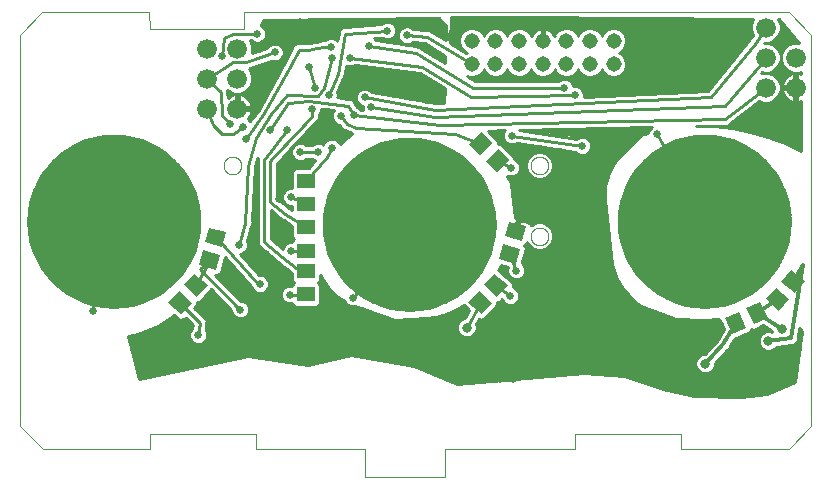
<source format=gbl>
G75*
%MOIN*%
%OFA0B0*%
%FSLAX25Y25*%
%IPPOS*%
%LPD*%
%AMOC8*
5,1,8,0,0,1.08239X$1,22.5*
%
%ADD10C,0.00000*%
%ADD11C,0.05150*%
%ADD12R,0.05118X0.05906*%
%ADD13C,0.01200*%
%ADD14C,0.01000*%
%ADD15C,0.06600*%
%ADD16R,0.05906X0.05118*%
%ADD17C,0.02500*%
%ADD18C,0.01000*%
%ADD19C,0.03200*%
D10*
X0039625Y0018012D02*
X0047188Y0010449D01*
X0083015Y0010449D01*
X0082932Y0015567D01*
X0118365Y0015567D01*
X0118365Y0010449D01*
X0154798Y0010449D01*
X0154798Y0001000D01*
X0181357Y0001000D01*
X0181357Y0010449D01*
X0224664Y0010449D01*
X0224664Y0015567D01*
X0260098Y0015567D01*
X0260098Y0010449D01*
X0295883Y0010449D01*
X0303405Y0017970D01*
X0303405Y0148596D01*
X0295883Y0156118D01*
X0114468Y0156236D01*
X0114468Y0150449D01*
X0082893Y0150449D01*
X0082724Y0156118D01*
X0047147Y0156118D01*
X0039625Y0148596D01*
X0039625Y0018012D01*
X0107538Y0104937D02*
X0107540Y0105045D01*
X0107546Y0105154D01*
X0107556Y0105262D01*
X0107570Y0105369D01*
X0107588Y0105476D01*
X0107609Y0105583D01*
X0107635Y0105688D01*
X0107665Y0105793D01*
X0107698Y0105896D01*
X0107735Y0105998D01*
X0107776Y0106098D01*
X0107820Y0106197D01*
X0107869Y0106295D01*
X0107920Y0106390D01*
X0107975Y0106483D01*
X0108034Y0106575D01*
X0108096Y0106664D01*
X0108161Y0106751D01*
X0108229Y0106835D01*
X0108300Y0106917D01*
X0108374Y0106996D01*
X0108451Y0107072D01*
X0108531Y0107146D01*
X0108614Y0107216D01*
X0108699Y0107284D01*
X0108786Y0107348D01*
X0108876Y0107409D01*
X0108968Y0107467D01*
X0109062Y0107521D01*
X0109158Y0107572D01*
X0109255Y0107619D01*
X0109355Y0107663D01*
X0109456Y0107703D01*
X0109558Y0107739D01*
X0109661Y0107771D01*
X0109766Y0107800D01*
X0109872Y0107824D01*
X0109978Y0107845D01*
X0110085Y0107862D01*
X0110193Y0107875D01*
X0110301Y0107884D01*
X0110410Y0107889D01*
X0110518Y0107890D01*
X0110627Y0107887D01*
X0110735Y0107880D01*
X0110843Y0107869D01*
X0110950Y0107854D01*
X0111057Y0107835D01*
X0111163Y0107812D01*
X0111268Y0107786D01*
X0111373Y0107755D01*
X0111475Y0107721D01*
X0111577Y0107683D01*
X0111677Y0107641D01*
X0111776Y0107596D01*
X0111873Y0107547D01*
X0111967Y0107494D01*
X0112060Y0107438D01*
X0112151Y0107379D01*
X0112240Y0107316D01*
X0112326Y0107251D01*
X0112410Y0107182D01*
X0112491Y0107110D01*
X0112569Y0107035D01*
X0112645Y0106957D01*
X0112718Y0106876D01*
X0112788Y0106793D01*
X0112854Y0106708D01*
X0112918Y0106620D01*
X0112978Y0106529D01*
X0113035Y0106437D01*
X0113088Y0106342D01*
X0113138Y0106246D01*
X0113184Y0106148D01*
X0113227Y0106048D01*
X0113266Y0105947D01*
X0113301Y0105844D01*
X0113333Y0105741D01*
X0113360Y0105636D01*
X0113384Y0105530D01*
X0113404Y0105423D01*
X0113420Y0105316D01*
X0113432Y0105208D01*
X0113440Y0105100D01*
X0113444Y0104991D01*
X0113444Y0104883D01*
X0113440Y0104774D01*
X0113432Y0104666D01*
X0113420Y0104558D01*
X0113404Y0104451D01*
X0113384Y0104344D01*
X0113360Y0104238D01*
X0113333Y0104133D01*
X0113301Y0104030D01*
X0113266Y0103927D01*
X0113227Y0103826D01*
X0113184Y0103726D01*
X0113138Y0103628D01*
X0113088Y0103532D01*
X0113035Y0103437D01*
X0112978Y0103345D01*
X0112918Y0103254D01*
X0112854Y0103166D01*
X0112788Y0103081D01*
X0112718Y0102998D01*
X0112645Y0102917D01*
X0112569Y0102839D01*
X0112491Y0102764D01*
X0112410Y0102692D01*
X0112326Y0102623D01*
X0112240Y0102558D01*
X0112151Y0102495D01*
X0112060Y0102436D01*
X0111968Y0102380D01*
X0111873Y0102327D01*
X0111776Y0102278D01*
X0111677Y0102233D01*
X0111577Y0102191D01*
X0111475Y0102153D01*
X0111373Y0102119D01*
X0111268Y0102088D01*
X0111163Y0102062D01*
X0111057Y0102039D01*
X0110950Y0102020D01*
X0110843Y0102005D01*
X0110735Y0101994D01*
X0110627Y0101987D01*
X0110518Y0101984D01*
X0110410Y0101985D01*
X0110301Y0101990D01*
X0110193Y0101999D01*
X0110085Y0102012D01*
X0109978Y0102029D01*
X0109872Y0102050D01*
X0109766Y0102074D01*
X0109661Y0102103D01*
X0109558Y0102135D01*
X0109456Y0102171D01*
X0109355Y0102211D01*
X0109255Y0102255D01*
X0109158Y0102302D01*
X0109062Y0102353D01*
X0108968Y0102407D01*
X0108876Y0102465D01*
X0108786Y0102526D01*
X0108699Y0102590D01*
X0108614Y0102658D01*
X0108531Y0102728D01*
X0108451Y0102802D01*
X0108374Y0102878D01*
X0108300Y0102957D01*
X0108229Y0103039D01*
X0108161Y0103123D01*
X0108096Y0103210D01*
X0108034Y0103299D01*
X0107975Y0103391D01*
X0107920Y0103484D01*
X0107869Y0103579D01*
X0107820Y0103677D01*
X0107776Y0103776D01*
X0107735Y0103876D01*
X0107698Y0103978D01*
X0107665Y0104081D01*
X0107635Y0104186D01*
X0107609Y0104291D01*
X0107588Y0104398D01*
X0107570Y0104505D01*
X0107556Y0104612D01*
X0107546Y0104720D01*
X0107540Y0104829D01*
X0107538Y0104937D01*
X0209900Y0104937D02*
X0209902Y0105045D01*
X0209908Y0105154D01*
X0209918Y0105262D01*
X0209932Y0105369D01*
X0209950Y0105476D01*
X0209971Y0105583D01*
X0209997Y0105688D01*
X0210027Y0105793D01*
X0210060Y0105896D01*
X0210097Y0105998D01*
X0210138Y0106098D01*
X0210182Y0106197D01*
X0210231Y0106295D01*
X0210282Y0106390D01*
X0210337Y0106483D01*
X0210396Y0106575D01*
X0210458Y0106664D01*
X0210523Y0106751D01*
X0210591Y0106835D01*
X0210662Y0106917D01*
X0210736Y0106996D01*
X0210813Y0107072D01*
X0210893Y0107146D01*
X0210976Y0107216D01*
X0211061Y0107284D01*
X0211148Y0107348D01*
X0211238Y0107409D01*
X0211330Y0107467D01*
X0211424Y0107521D01*
X0211520Y0107572D01*
X0211617Y0107619D01*
X0211717Y0107663D01*
X0211818Y0107703D01*
X0211920Y0107739D01*
X0212023Y0107771D01*
X0212128Y0107800D01*
X0212234Y0107824D01*
X0212340Y0107845D01*
X0212447Y0107862D01*
X0212555Y0107875D01*
X0212663Y0107884D01*
X0212772Y0107889D01*
X0212880Y0107890D01*
X0212989Y0107887D01*
X0213097Y0107880D01*
X0213205Y0107869D01*
X0213312Y0107854D01*
X0213419Y0107835D01*
X0213525Y0107812D01*
X0213630Y0107786D01*
X0213735Y0107755D01*
X0213837Y0107721D01*
X0213939Y0107683D01*
X0214039Y0107641D01*
X0214138Y0107596D01*
X0214235Y0107547D01*
X0214329Y0107494D01*
X0214422Y0107438D01*
X0214513Y0107379D01*
X0214602Y0107316D01*
X0214688Y0107251D01*
X0214772Y0107182D01*
X0214853Y0107110D01*
X0214931Y0107035D01*
X0215007Y0106957D01*
X0215080Y0106876D01*
X0215150Y0106793D01*
X0215216Y0106708D01*
X0215280Y0106620D01*
X0215340Y0106529D01*
X0215397Y0106437D01*
X0215450Y0106342D01*
X0215500Y0106246D01*
X0215546Y0106148D01*
X0215589Y0106048D01*
X0215628Y0105947D01*
X0215663Y0105844D01*
X0215695Y0105741D01*
X0215722Y0105636D01*
X0215746Y0105530D01*
X0215766Y0105423D01*
X0215782Y0105316D01*
X0215794Y0105208D01*
X0215802Y0105100D01*
X0215806Y0104991D01*
X0215806Y0104883D01*
X0215802Y0104774D01*
X0215794Y0104666D01*
X0215782Y0104558D01*
X0215766Y0104451D01*
X0215746Y0104344D01*
X0215722Y0104238D01*
X0215695Y0104133D01*
X0215663Y0104030D01*
X0215628Y0103927D01*
X0215589Y0103826D01*
X0215546Y0103726D01*
X0215500Y0103628D01*
X0215450Y0103532D01*
X0215397Y0103437D01*
X0215340Y0103345D01*
X0215280Y0103254D01*
X0215216Y0103166D01*
X0215150Y0103081D01*
X0215080Y0102998D01*
X0215007Y0102917D01*
X0214931Y0102839D01*
X0214853Y0102764D01*
X0214772Y0102692D01*
X0214688Y0102623D01*
X0214602Y0102558D01*
X0214513Y0102495D01*
X0214422Y0102436D01*
X0214330Y0102380D01*
X0214235Y0102327D01*
X0214138Y0102278D01*
X0214039Y0102233D01*
X0213939Y0102191D01*
X0213837Y0102153D01*
X0213735Y0102119D01*
X0213630Y0102088D01*
X0213525Y0102062D01*
X0213419Y0102039D01*
X0213312Y0102020D01*
X0213205Y0102005D01*
X0213097Y0101994D01*
X0212989Y0101987D01*
X0212880Y0101984D01*
X0212772Y0101985D01*
X0212663Y0101990D01*
X0212555Y0101999D01*
X0212447Y0102012D01*
X0212340Y0102029D01*
X0212234Y0102050D01*
X0212128Y0102074D01*
X0212023Y0102103D01*
X0211920Y0102135D01*
X0211818Y0102171D01*
X0211717Y0102211D01*
X0211617Y0102255D01*
X0211520Y0102302D01*
X0211424Y0102353D01*
X0211330Y0102407D01*
X0211238Y0102465D01*
X0211148Y0102526D01*
X0211061Y0102590D01*
X0210976Y0102658D01*
X0210893Y0102728D01*
X0210813Y0102802D01*
X0210736Y0102878D01*
X0210662Y0102957D01*
X0210591Y0103039D01*
X0210523Y0103123D01*
X0210458Y0103210D01*
X0210396Y0103299D01*
X0210337Y0103391D01*
X0210282Y0103484D01*
X0210231Y0103579D01*
X0210182Y0103677D01*
X0210138Y0103776D01*
X0210097Y0103876D01*
X0210060Y0103978D01*
X0210027Y0104081D01*
X0209997Y0104186D01*
X0209971Y0104291D01*
X0209950Y0104398D01*
X0209932Y0104505D01*
X0209918Y0104612D01*
X0209908Y0104720D01*
X0209902Y0104829D01*
X0209900Y0104937D01*
X0209900Y0081315D02*
X0209902Y0081423D01*
X0209908Y0081532D01*
X0209918Y0081640D01*
X0209932Y0081747D01*
X0209950Y0081854D01*
X0209971Y0081961D01*
X0209997Y0082066D01*
X0210027Y0082171D01*
X0210060Y0082274D01*
X0210097Y0082376D01*
X0210138Y0082476D01*
X0210182Y0082575D01*
X0210231Y0082673D01*
X0210282Y0082768D01*
X0210337Y0082861D01*
X0210396Y0082953D01*
X0210458Y0083042D01*
X0210523Y0083129D01*
X0210591Y0083213D01*
X0210662Y0083295D01*
X0210736Y0083374D01*
X0210813Y0083450D01*
X0210893Y0083524D01*
X0210976Y0083594D01*
X0211061Y0083662D01*
X0211148Y0083726D01*
X0211238Y0083787D01*
X0211330Y0083845D01*
X0211424Y0083899D01*
X0211520Y0083950D01*
X0211617Y0083997D01*
X0211717Y0084041D01*
X0211818Y0084081D01*
X0211920Y0084117D01*
X0212023Y0084149D01*
X0212128Y0084178D01*
X0212234Y0084202D01*
X0212340Y0084223D01*
X0212447Y0084240D01*
X0212555Y0084253D01*
X0212663Y0084262D01*
X0212772Y0084267D01*
X0212880Y0084268D01*
X0212989Y0084265D01*
X0213097Y0084258D01*
X0213205Y0084247D01*
X0213312Y0084232D01*
X0213419Y0084213D01*
X0213525Y0084190D01*
X0213630Y0084164D01*
X0213735Y0084133D01*
X0213837Y0084099D01*
X0213939Y0084061D01*
X0214039Y0084019D01*
X0214138Y0083974D01*
X0214235Y0083925D01*
X0214329Y0083872D01*
X0214422Y0083816D01*
X0214513Y0083757D01*
X0214602Y0083694D01*
X0214688Y0083629D01*
X0214772Y0083560D01*
X0214853Y0083488D01*
X0214931Y0083413D01*
X0215007Y0083335D01*
X0215080Y0083254D01*
X0215150Y0083171D01*
X0215216Y0083086D01*
X0215280Y0082998D01*
X0215340Y0082907D01*
X0215397Y0082815D01*
X0215450Y0082720D01*
X0215500Y0082624D01*
X0215546Y0082526D01*
X0215589Y0082426D01*
X0215628Y0082325D01*
X0215663Y0082222D01*
X0215695Y0082119D01*
X0215722Y0082014D01*
X0215746Y0081908D01*
X0215766Y0081801D01*
X0215782Y0081694D01*
X0215794Y0081586D01*
X0215802Y0081478D01*
X0215806Y0081369D01*
X0215806Y0081261D01*
X0215802Y0081152D01*
X0215794Y0081044D01*
X0215782Y0080936D01*
X0215766Y0080829D01*
X0215746Y0080722D01*
X0215722Y0080616D01*
X0215695Y0080511D01*
X0215663Y0080408D01*
X0215628Y0080305D01*
X0215589Y0080204D01*
X0215546Y0080104D01*
X0215500Y0080006D01*
X0215450Y0079910D01*
X0215397Y0079815D01*
X0215340Y0079723D01*
X0215280Y0079632D01*
X0215216Y0079544D01*
X0215150Y0079459D01*
X0215080Y0079376D01*
X0215007Y0079295D01*
X0214931Y0079217D01*
X0214853Y0079142D01*
X0214772Y0079070D01*
X0214688Y0079001D01*
X0214602Y0078936D01*
X0214513Y0078873D01*
X0214422Y0078814D01*
X0214330Y0078758D01*
X0214235Y0078705D01*
X0214138Y0078656D01*
X0214039Y0078611D01*
X0213939Y0078569D01*
X0213837Y0078531D01*
X0213735Y0078497D01*
X0213630Y0078466D01*
X0213525Y0078440D01*
X0213419Y0078417D01*
X0213312Y0078398D01*
X0213205Y0078383D01*
X0213097Y0078372D01*
X0212989Y0078365D01*
X0212880Y0078362D01*
X0212772Y0078363D01*
X0212663Y0078368D01*
X0212555Y0078377D01*
X0212447Y0078390D01*
X0212340Y0078407D01*
X0212234Y0078428D01*
X0212128Y0078452D01*
X0212023Y0078481D01*
X0211920Y0078513D01*
X0211818Y0078549D01*
X0211717Y0078589D01*
X0211617Y0078633D01*
X0211520Y0078680D01*
X0211424Y0078731D01*
X0211330Y0078785D01*
X0211238Y0078843D01*
X0211148Y0078904D01*
X0211061Y0078968D01*
X0210976Y0079036D01*
X0210893Y0079106D01*
X0210813Y0079180D01*
X0210736Y0079256D01*
X0210662Y0079335D01*
X0210591Y0079417D01*
X0210523Y0079501D01*
X0210458Y0079588D01*
X0210396Y0079677D01*
X0210337Y0079769D01*
X0210282Y0079862D01*
X0210231Y0079957D01*
X0210182Y0080055D01*
X0210138Y0080154D01*
X0210097Y0080254D01*
X0210060Y0080356D01*
X0210027Y0080459D01*
X0209997Y0080564D01*
X0209971Y0080669D01*
X0209950Y0080776D01*
X0209932Y0080883D01*
X0209918Y0080990D01*
X0209908Y0081098D01*
X0209902Y0081207D01*
X0209900Y0081315D01*
D11*
X0206042Y0138677D03*
X0198168Y0138677D03*
X0190294Y0138677D03*
X0190294Y0146551D03*
X0198168Y0146551D03*
X0206042Y0146551D03*
X0213916Y0146551D03*
X0221790Y0146551D03*
X0229664Y0146551D03*
X0237538Y0146551D03*
X0237538Y0138677D03*
X0229664Y0138677D03*
X0221790Y0138677D03*
X0213916Y0138677D03*
D12*
G36*
X0193063Y0108336D02*
X0189444Y0111955D01*
X0193619Y0116130D01*
X0197238Y0112511D01*
X0193063Y0108336D01*
G37*
G36*
X0198631Y0102768D02*
X0195012Y0106387D01*
X0199187Y0110562D01*
X0202806Y0106943D01*
X0198631Y0102768D01*
G37*
G36*
X0208449Y0084738D02*
X0207125Y0079795D01*
X0201421Y0081324D01*
X0202745Y0086267D01*
X0208449Y0084738D01*
G37*
G36*
X0206411Y0077132D02*
X0205087Y0072189D01*
X0199383Y0073718D01*
X0200707Y0078661D01*
X0206411Y0077132D01*
G37*
G36*
X0202213Y0064954D02*
X0198789Y0061151D01*
X0194401Y0065102D01*
X0197825Y0068905D01*
X0202213Y0064954D01*
G37*
G36*
X0196944Y0059103D02*
X0193520Y0055300D01*
X0189132Y0059251D01*
X0192556Y0063054D01*
X0196944Y0059103D01*
G37*
G36*
X0281788Y0050848D02*
X0277158Y0048669D01*
X0274644Y0054012D01*
X0279274Y0056191D01*
X0281788Y0050848D01*
G37*
G36*
X0288913Y0054201D02*
X0284283Y0052022D01*
X0281769Y0057365D01*
X0286399Y0059544D01*
X0288913Y0054201D01*
G37*
G36*
X0296166Y0060324D02*
X0292829Y0056445D01*
X0288352Y0060296D01*
X0291689Y0064175D01*
X0296166Y0060324D01*
G37*
G36*
X0301300Y0066294D02*
X0297963Y0062415D01*
X0293486Y0066266D01*
X0296823Y0070145D01*
X0301300Y0066294D01*
G37*
G36*
X0108505Y0082738D02*
X0107181Y0077795D01*
X0101477Y0079324D01*
X0102801Y0084267D01*
X0108505Y0082738D01*
G37*
G36*
X0106467Y0075132D02*
X0105143Y0070189D01*
X0099439Y0071718D01*
X0100763Y0076661D01*
X0106467Y0075132D01*
G37*
G36*
X0102205Y0064954D02*
X0098781Y0061151D01*
X0094393Y0065102D01*
X0097817Y0068905D01*
X0102205Y0064954D01*
G37*
G36*
X0096936Y0059103D02*
X0093512Y0055300D01*
X0089124Y0059251D01*
X0092548Y0063054D01*
X0096936Y0059103D01*
G37*
D13*
X0091165Y0066192D02*
X0088795Y0064074D01*
X0086202Y0062235D01*
X0083420Y0060697D01*
X0080483Y0059480D01*
X0077429Y0058600D01*
X0074295Y0058068D01*
X0071121Y0057890D01*
X0067947Y0058068D01*
X0064813Y0058600D01*
X0061759Y0059480D01*
X0058822Y0060697D01*
X0056040Y0062235D01*
X0053447Y0064074D01*
X0051077Y0066192D01*
X0048959Y0068562D01*
X0047120Y0071155D01*
X0045582Y0073937D01*
X0044365Y0076874D01*
X0043485Y0079929D01*
X0042953Y0083062D01*
X0042775Y0086236D01*
X0042953Y0089410D01*
X0043485Y0092544D01*
X0044365Y0095598D01*
X0045582Y0098535D01*
X0047120Y0101317D01*
X0048959Y0103910D01*
X0051077Y0106280D01*
X0053447Y0108398D01*
X0056040Y0110238D01*
X0058822Y0111775D01*
X0061759Y0112992D01*
X0064813Y0113872D01*
X0067947Y0114404D01*
X0071121Y0114583D01*
X0074295Y0114404D01*
X0077429Y0113872D01*
X0080483Y0112992D01*
X0083420Y0111775D01*
X0086202Y0110238D01*
X0088795Y0108398D01*
X0091165Y0106280D01*
X0093283Y0103910D01*
X0095123Y0101317D01*
X0096660Y0098535D01*
X0097877Y0095598D01*
X0098757Y0092544D01*
X0099289Y0089410D01*
X0099468Y0086236D01*
X0099289Y0083062D01*
X0098757Y0079929D01*
X0097877Y0076874D01*
X0096660Y0073937D01*
X0095123Y0071155D01*
X0093283Y0068562D01*
X0091165Y0066192D01*
X0091689Y0066779D02*
X0050553Y0066779D01*
X0049482Y0067977D02*
X0092760Y0067977D01*
X0093719Y0069176D02*
X0048524Y0069176D01*
X0047673Y0070374D02*
X0094569Y0070374D01*
X0095354Y0071573D02*
X0046889Y0071573D01*
X0046226Y0072771D02*
X0096016Y0072771D01*
X0096674Y0073970D02*
X0045568Y0073970D01*
X0045072Y0075168D02*
X0097170Y0075168D01*
X0097667Y0076367D02*
X0044575Y0076367D01*
X0044166Y0077565D02*
X0098076Y0077565D01*
X0098421Y0078764D02*
X0043821Y0078764D01*
X0043480Y0079962D02*
X0098763Y0079962D01*
X0098966Y0081161D02*
X0043276Y0081161D01*
X0043072Y0082359D02*
X0099170Y0082359D01*
X0099317Y0083558D02*
X0042925Y0083558D01*
X0042858Y0084757D02*
X0099384Y0084757D01*
X0099452Y0085955D02*
X0042790Y0085955D01*
X0042826Y0087154D02*
X0099416Y0087154D01*
X0099349Y0088352D02*
X0042894Y0088352D01*
X0042977Y0089551D02*
X0099265Y0089551D01*
X0099062Y0090749D02*
X0043180Y0090749D01*
X0043384Y0091948D02*
X0098858Y0091948D01*
X0098583Y0093146D02*
X0043659Y0093146D01*
X0044004Y0094345D02*
X0098238Y0094345D01*
X0097893Y0095543D02*
X0044349Y0095543D01*
X0044839Y0096742D02*
X0097403Y0096742D01*
X0096907Y0097940D02*
X0045335Y0097940D01*
X0045915Y0099139D02*
X0096327Y0099139D01*
X0095665Y0100337D02*
X0046578Y0100337D01*
X0047274Y0101536D02*
X0094968Y0101536D01*
X0094118Y0102734D02*
X0048125Y0102734D01*
X0048979Y0103933D02*
X0093263Y0103933D01*
X0092192Y0105131D02*
X0050050Y0105131D01*
X0051133Y0106330D02*
X0091110Y0106330D01*
X0089769Y0107528D02*
X0052474Y0107528D01*
X0053910Y0108727D02*
X0088332Y0108727D01*
X0086643Y0109925D02*
X0055599Y0109925D01*
X0057643Y0111124D02*
X0084599Y0111124D01*
X0082100Y0112322D02*
X0060142Y0112322D01*
X0063595Y0113521D02*
X0078648Y0113521D01*
X0142791Y0094598D02*
X0141911Y0091544D01*
X0141378Y0088410D01*
X0141200Y0085236D01*
X0141378Y0082062D01*
X0141911Y0078929D01*
X0142791Y0075874D01*
X0144007Y0072937D01*
X0145545Y0070155D01*
X0147384Y0067562D01*
X0149502Y0065192D01*
X0151873Y0063074D01*
X0154465Y0061235D01*
X0157247Y0059697D01*
X0160184Y0058480D01*
X0163239Y0057600D01*
X0166373Y0057068D01*
X0169546Y0056890D01*
X0172720Y0057068D01*
X0175854Y0057600D01*
X0178909Y0058480D01*
X0181845Y0059697D01*
X0184628Y0061235D01*
X0187220Y0063074D01*
X0189590Y0065192D01*
X0191709Y0067562D01*
X0193548Y0070155D01*
X0195086Y0072937D01*
X0196302Y0075874D01*
X0197182Y0078929D01*
X0197715Y0082062D01*
X0197893Y0085236D01*
X0197715Y0088410D01*
X0197182Y0091544D01*
X0196302Y0094598D01*
X0195086Y0097535D01*
X0193548Y0100317D01*
X0191709Y0102910D01*
X0189590Y0105280D01*
X0187220Y0107398D01*
X0184628Y0109238D01*
X0181845Y0110775D01*
X0178909Y0111992D01*
X0175854Y0112872D01*
X0172720Y0113404D01*
X0169546Y0113583D01*
X0166373Y0113404D01*
X0163239Y0112872D01*
X0160184Y0111992D01*
X0157247Y0110775D01*
X0154465Y0109238D01*
X0151873Y0107398D01*
X0149502Y0105280D01*
X0147384Y0102910D01*
X0145545Y0100317D01*
X0144007Y0097535D01*
X0142791Y0094598D01*
X0142717Y0094345D02*
X0196375Y0094345D01*
X0196721Y0093146D02*
X0142372Y0093146D01*
X0142027Y0091948D02*
X0197066Y0091948D01*
X0197317Y0090749D02*
X0141776Y0090749D01*
X0141572Y0089551D02*
X0197521Y0089551D01*
X0197718Y0088352D02*
X0141375Y0088352D01*
X0141308Y0087154D02*
X0197785Y0087154D01*
X0197852Y0085955D02*
X0141240Y0085955D01*
X0141227Y0084757D02*
X0197866Y0084757D01*
X0197799Y0083558D02*
X0141294Y0083558D01*
X0141361Y0082359D02*
X0197731Y0082359D01*
X0197561Y0081161D02*
X0141531Y0081161D01*
X0141735Y0079962D02*
X0197358Y0079962D01*
X0197135Y0078764D02*
X0141958Y0078764D01*
X0142303Y0077565D02*
X0196789Y0077565D01*
X0196444Y0076367D02*
X0142649Y0076367D01*
X0143083Y0075168D02*
X0196010Y0075168D01*
X0195513Y0073970D02*
X0143579Y0073970D01*
X0144099Y0072771D02*
X0194994Y0072771D01*
X0194332Y0071573D02*
X0144761Y0071573D01*
X0145423Y0070374D02*
X0193669Y0070374D01*
X0192853Y0069176D02*
X0146239Y0069176D01*
X0147090Y0067977D02*
X0192003Y0067977D01*
X0191008Y0066779D02*
X0148084Y0066779D01*
X0149156Y0065580D02*
X0189937Y0065580D01*
X0188683Y0064382D02*
X0150409Y0064382D01*
X0151750Y0063183D02*
X0187342Y0063183D01*
X0185685Y0061985D02*
X0153408Y0061985D01*
X0155276Y0060786D02*
X0183816Y0060786D01*
X0181582Y0059588D02*
X0157511Y0059588D01*
X0160501Y0058389D02*
X0178592Y0058389D01*
X0173443Y0057191D02*
X0165650Y0057191D01*
X0143182Y0095543D02*
X0195911Y0095543D01*
X0195414Y0096742D02*
X0143678Y0096742D01*
X0144231Y0097940D02*
X0194862Y0097940D01*
X0194199Y0099139D02*
X0144893Y0099139D01*
X0145559Y0100337D02*
X0193534Y0100337D01*
X0192684Y0101536D02*
X0146409Y0101536D01*
X0147259Y0102734D02*
X0191833Y0102734D01*
X0190795Y0103933D02*
X0148298Y0103933D01*
X0149369Y0105131D02*
X0189723Y0105131D01*
X0188416Y0106330D02*
X0150677Y0106330D01*
X0152056Y0107528D02*
X0187037Y0107528D01*
X0185348Y0108727D02*
X0153745Y0108727D01*
X0155709Y0109925D02*
X0183384Y0109925D01*
X0181005Y0111124D02*
X0158088Y0111124D01*
X0161331Y0112322D02*
X0177762Y0112322D01*
X0170648Y0113521D02*
X0168444Y0113521D01*
X0240336Y0092544D02*
X0239803Y0089410D01*
X0239625Y0086236D01*
X0239803Y0083062D01*
X0240336Y0079929D01*
X0241216Y0076874D01*
X0242432Y0073937D01*
X0243970Y0071155D01*
X0245809Y0068562D01*
X0247928Y0066192D01*
X0250298Y0064074D01*
X0252890Y0062235D01*
X0255672Y0060697D01*
X0258609Y0059480D01*
X0261664Y0058600D01*
X0264798Y0058068D01*
X0267972Y0057890D01*
X0271145Y0058068D01*
X0274279Y0058600D01*
X0277334Y0059480D01*
X0280271Y0060697D01*
X0283053Y0062235D01*
X0285645Y0064074D01*
X0288016Y0066192D01*
X0290134Y0068562D01*
X0291973Y0071155D01*
X0293511Y0073937D01*
X0294727Y0076874D01*
X0295607Y0079929D01*
X0296140Y0083062D01*
X0296318Y0086236D01*
X0296140Y0089410D01*
X0295607Y0092544D01*
X0294727Y0095598D01*
X0293511Y0098535D01*
X0291973Y0101317D01*
X0290134Y0103910D01*
X0288016Y0106280D01*
X0285645Y0108398D01*
X0283053Y0110238D01*
X0280271Y0111775D01*
X0277334Y0112992D01*
X0274279Y0113872D01*
X0271145Y0114404D01*
X0267972Y0114583D01*
X0264798Y0114404D01*
X0261664Y0113872D01*
X0258609Y0112992D01*
X0255672Y0111775D01*
X0252890Y0110238D01*
X0250298Y0108398D01*
X0247928Y0106280D01*
X0245809Y0103910D01*
X0243970Y0101317D01*
X0242432Y0098535D01*
X0241216Y0095598D01*
X0240336Y0092544D01*
X0240234Y0091948D02*
X0295709Y0091948D01*
X0295912Y0090749D02*
X0240031Y0090749D01*
X0239827Y0089551D02*
X0296116Y0089551D01*
X0296199Y0088352D02*
X0239744Y0088352D01*
X0239677Y0087154D02*
X0296266Y0087154D01*
X0296302Y0085955D02*
X0239641Y0085955D01*
X0239708Y0084757D02*
X0296235Y0084757D01*
X0296168Y0083558D02*
X0239775Y0083558D01*
X0239923Y0082359D02*
X0296020Y0082359D01*
X0295817Y0081161D02*
X0240126Y0081161D01*
X0240330Y0079962D02*
X0295613Y0079962D01*
X0295272Y0078764D02*
X0240671Y0078764D01*
X0241017Y0077565D02*
X0294926Y0077565D01*
X0294517Y0076367D02*
X0241426Y0076367D01*
X0241922Y0075168D02*
X0294021Y0075168D01*
X0293524Y0073970D02*
X0242419Y0073970D01*
X0243077Y0072771D02*
X0292867Y0072771D01*
X0292204Y0071573D02*
X0243739Y0071573D01*
X0244524Y0070374D02*
X0291419Y0070374D01*
X0290569Y0069176D02*
X0245374Y0069176D01*
X0246332Y0067977D02*
X0289611Y0067977D01*
X0288540Y0066779D02*
X0247403Y0066779D01*
X0248612Y0065580D02*
X0287331Y0065580D01*
X0285990Y0064382D02*
X0249953Y0064382D01*
X0251553Y0063183D02*
X0284390Y0063183D01*
X0282601Y0061985D02*
X0253342Y0061985D01*
X0255511Y0060786D02*
X0280432Y0060786D01*
X0277593Y0059588D02*
X0258350Y0059588D01*
X0262907Y0058389D02*
X0273036Y0058389D01*
X0278216Y0052430D02*
X0274125Y0045449D01*
X0268125Y0038949D01*
X0289168Y0046449D02*
X0296625Y0047449D01*
X0300625Y0071949D01*
X0297393Y0066280D01*
X0292259Y0060310D02*
X0285341Y0055783D01*
X0293625Y0050449D01*
X0295434Y0093146D02*
X0240509Y0093146D01*
X0240855Y0094345D02*
X0295089Y0094345D01*
X0294743Y0095543D02*
X0241200Y0095543D01*
X0241689Y0096742D02*
X0294254Y0096742D01*
X0293757Y0097940D02*
X0242186Y0097940D01*
X0242766Y0099139D02*
X0293177Y0099139D01*
X0292515Y0100337D02*
X0243428Y0100337D01*
X0244125Y0101536D02*
X0291818Y0101536D01*
X0290968Y0102734D02*
X0244975Y0102734D01*
X0245830Y0103933D02*
X0290113Y0103933D01*
X0289042Y0105131D02*
X0246901Y0105131D01*
X0247983Y0106330D02*
X0287960Y0106330D01*
X0286619Y0107528D02*
X0249324Y0107528D01*
X0250761Y0108727D02*
X0285182Y0108727D01*
X0283493Y0109925D02*
X0252450Y0109925D01*
X0254493Y0111124D02*
X0281450Y0111124D01*
X0278951Y0112322D02*
X0256993Y0112322D01*
X0260445Y0113521D02*
X0275498Y0113521D01*
X0090480Y0065580D02*
X0051762Y0065580D01*
X0053103Y0064382D02*
X0089139Y0064382D01*
X0087539Y0063183D02*
X0054703Y0063183D01*
X0056492Y0061985D02*
X0085750Y0061985D01*
X0083582Y0060786D02*
X0058660Y0060786D01*
X0061500Y0059588D02*
X0080742Y0059588D01*
X0076186Y0058389D02*
X0066056Y0058389D01*
D14*
X0071121Y0086236D03*
X0169546Y0085236D03*
X0267972Y0086236D03*
D15*
X0288214Y0130949D03*
X0298341Y0130949D03*
X0298341Y0140949D03*
X0288214Y0140949D03*
X0288214Y0150949D03*
X0112125Y0143949D03*
X0102125Y0143949D03*
X0102125Y0133949D03*
X0112125Y0133949D03*
X0112125Y0123949D03*
X0102125Y0123949D03*
D16*
X0135125Y0099886D03*
X0135125Y0092012D03*
X0135125Y0084386D03*
X0135125Y0076512D03*
X0135125Y0069886D03*
X0135125Y0062012D03*
D17*
X0129625Y0061949D03*
X0119625Y0065449D03*
X0113125Y0056949D03*
X0126625Y0055949D03*
X0129625Y0051949D03*
X0150625Y0060949D03*
X0121625Y0075449D03*
X0130125Y0076449D03*
X0129125Y0084949D03*
X0112725Y0078549D03*
X0126125Y0093949D03*
X0130125Y0094449D03*
X0133125Y0109449D03*
X0139125Y0109449D03*
X0143625Y0110949D03*
X0128625Y0116949D03*
X0123125Y0116949D03*
X0115125Y0113949D03*
X0114125Y0117949D03*
X0109625Y0118849D03*
X0118125Y0132449D03*
X0107125Y0141449D03*
X0118825Y0148849D03*
X0125625Y0146449D03*
X0124625Y0142649D03*
X0136125Y0137949D03*
X0143825Y0140749D03*
X0143225Y0144449D03*
X0149625Y0140949D03*
X0156125Y0144949D03*
X0162125Y0149949D03*
X0168625Y0148349D03*
X0168125Y0152949D03*
X0182625Y0147949D03*
X0178125Y0141949D03*
X0169625Y0134449D03*
X0169625Y0127949D03*
X0156825Y0124449D03*
X0154525Y0127649D03*
X0148625Y0128449D03*
X0142625Y0128449D03*
X0138125Y0130949D03*
X0137125Y0123949D03*
X0142125Y0121949D03*
X0146625Y0121449D03*
X0151025Y0121649D03*
X0203625Y0114949D03*
X0203412Y0104256D03*
X0214999Y0095512D03*
X0220062Y0094638D03*
X0220062Y0090701D03*
X0223999Y0090701D03*
X0213562Y0091512D03*
X0231125Y0101449D03*
X0231125Y0106449D03*
X0227125Y0111449D03*
X0252125Y0115449D03*
X0278125Y0118449D03*
X0281625Y0120949D03*
X0282625Y0116949D03*
X0224625Y0128449D03*
X0221125Y0130949D03*
X0222325Y0151449D03*
X0219125Y0153449D03*
X0225625Y0153449D03*
X0133125Y0152949D03*
X0205125Y0069949D03*
X0203125Y0061449D03*
X0234625Y0036949D03*
X0255125Y0030949D03*
X0204125Y0033949D03*
X0199625Y0033949D03*
X0099125Y0048449D03*
X0084625Y0046949D03*
X0081625Y0036449D03*
X0064125Y0056449D03*
D18*
X0064125Y0079240D01*
X0071121Y0086236D01*
X0099625Y0070449D02*
X0102953Y0073425D01*
X0098299Y0065028D01*
X0102168Y0062371D02*
X0104591Y0062371D01*
X0105590Y0061373D02*
X0101269Y0061373D01*
X0100369Y0060374D02*
X0106588Y0060374D01*
X0107587Y0059376D02*
X0098625Y0059376D01*
X0098621Y0059440D02*
X0099573Y0059490D01*
X0103316Y0063647D01*
X0110175Y0056788D01*
X0110175Y0056362D01*
X0110624Y0055278D01*
X0111454Y0054448D01*
X0112538Y0053999D01*
X0113712Y0053999D01*
X0114796Y0054448D01*
X0115626Y0055278D01*
X0116075Y0056362D01*
X0116075Y0057536D01*
X0115626Y0058620D01*
X0114796Y0059450D01*
X0113712Y0059899D01*
X0113286Y0059899D01*
X0104614Y0068571D01*
X0105383Y0068365D01*
X0106602Y0069069D01*
X0108028Y0074389D01*
X0116707Y0064786D01*
X0117124Y0063778D01*
X0117954Y0062948D01*
X0119038Y0062499D01*
X0120212Y0062499D01*
X0121296Y0062948D01*
X0122126Y0063778D01*
X0122575Y0064862D01*
X0122575Y0066036D01*
X0122126Y0067120D01*
X0121296Y0067950D01*
X0120212Y0068399D01*
X0119372Y0068399D01*
X0112865Y0075599D01*
X0113312Y0075599D01*
X0114396Y0076048D01*
X0115226Y0076878D01*
X0115675Y0077962D01*
X0115675Y0079136D01*
X0115385Y0079837D01*
X0116765Y0084635D01*
X0116974Y0084824D01*
X0117009Y0085482D01*
X0117191Y0086116D01*
X0117055Y0086363D01*
X0118009Y0104591D01*
X0118824Y0107503D01*
X0118925Y0106792D01*
X0118925Y0080245D01*
X0118852Y0080157D01*
X0118925Y0079349D01*
X0118925Y0078538D01*
X0119006Y0078456D01*
X0119017Y0078342D01*
X0119640Y0077823D01*
X0120214Y0077249D01*
X0120329Y0077249D01*
X0125050Y0073315D01*
X0125055Y0073272D01*
X0125745Y0072735D01*
X0126417Y0072175D01*
X0126460Y0072179D01*
X0129905Y0069500D01*
X0130114Y0069109D01*
X0130472Y0069000D01*
X0130472Y0066623D01*
X0131146Y0065949D01*
X0130472Y0065275D01*
X0130472Y0064791D01*
X0130212Y0064899D01*
X0129038Y0064899D01*
X0127954Y0064450D01*
X0127124Y0063620D01*
X0126675Y0062536D01*
X0126675Y0061362D01*
X0127124Y0060278D01*
X0127954Y0059448D01*
X0129038Y0058999D01*
X0130212Y0058999D01*
X0130472Y0059107D01*
X0130472Y0058749D01*
X0131468Y0057753D01*
X0138782Y0057753D01*
X0139778Y0058749D01*
X0139778Y0065275D01*
X0139104Y0065949D01*
X0139778Y0066623D01*
X0139778Y0068609D01*
X0140282Y0067484D01*
X0141528Y0065432D01*
X0143020Y0063552D01*
X0144733Y0061871D01*
X0146642Y0060415D01*
X0147974Y0059641D01*
X0148124Y0059278D01*
X0148954Y0058448D01*
X0150038Y0057999D01*
X0151212Y0057999D01*
X0151482Y0058111D01*
X0153235Y0057611D01*
X0164625Y0053449D01*
X0174946Y0053954D01*
X0178295Y0054544D01*
X0181564Y0055483D01*
X0184716Y0056758D01*
X0187633Y0058312D01*
X0189282Y0056828D01*
X0187879Y0054211D01*
X0186756Y0053746D01*
X0185827Y0052818D01*
X0185325Y0051605D01*
X0185325Y0050292D01*
X0185827Y0049080D01*
X0186756Y0048151D01*
X0187969Y0047649D01*
X0189281Y0047649D01*
X0190494Y0048151D01*
X0191423Y0049080D01*
X0191925Y0050292D01*
X0191925Y0051605D01*
X0191728Y0052080D01*
X0192649Y0053796D01*
X0192906Y0053565D01*
X0194312Y0053638D01*
X0198679Y0058488D01*
X0198629Y0059440D01*
X0199581Y0059490D01*
X0200377Y0060374D01*
X0200624Y0059778D01*
X0201454Y0058948D01*
X0202538Y0058499D01*
X0203712Y0058499D01*
X0204796Y0058948D01*
X0205626Y0059778D01*
X0206075Y0060862D01*
X0206075Y0062036D01*
X0205626Y0063120D01*
X0204796Y0063950D01*
X0203922Y0064312D01*
X0203948Y0064340D01*
X0203874Y0065746D01*
X0199106Y0070039D01*
X0199378Y0070476D01*
X0200014Y0071789D01*
X0202245Y0071191D01*
X0202345Y0070945D01*
X0202175Y0070536D01*
X0202175Y0069362D01*
X0202624Y0068278D01*
X0203454Y0067448D01*
X0204538Y0066999D01*
X0205712Y0066999D01*
X0206796Y0067448D01*
X0207626Y0068278D01*
X0208075Y0069362D01*
X0208075Y0070536D01*
X0207626Y0071620D01*
X0206891Y0072354D01*
X0208236Y0077373D01*
X0207653Y0078384D01*
X0207704Y0078397D01*
X0208046Y0078595D01*
X0208325Y0078874D01*
X0208523Y0079216D01*
X0208587Y0079456D01*
X0208909Y0078679D01*
X0210218Y0077371D01*
X0211928Y0076662D01*
X0213779Y0076662D01*
X0215489Y0077371D01*
X0216798Y0078679D01*
X0217506Y0080389D01*
X0217506Y0082240D01*
X0216798Y0083951D01*
X0215489Y0085259D01*
X0213779Y0085968D01*
X0211928Y0085968D01*
X0210218Y0085259D01*
X0209938Y0084980D01*
X0209848Y0085318D01*
X0209650Y0085660D01*
X0209371Y0085939D01*
X0209029Y0086137D01*
X0206469Y0086823D01*
X0205548Y0083385D01*
X0205078Y0083511D01*
X0205105Y0084018D01*
X0204989Y0085162D01*
X0205503Y0087081D01*
X0204725Y0087290D01*
X0203226Y0099277D01*
X0202171Y0101577D01*
X0202826Y0101306D01*
X0203999Y0101306D01*
X0205084Y0101755D01*
X0205913Y0102585D01*
X0206362Y0103669D01*
X0206362Y0104843D01*
X0205913Y0105927D01*
X0205084Y0106757D01*
X0204506Y0106996D01*
X0204506Y0107647D01*
X0199892Y0112262D01*
X0198939Y0112262D01*
X0198939Y0113215D01*
X0195570Y0116584D01*
X0201207Y0116703D01*
X0201124Y0116620D01*
X0200675Y0115536D01*
X0200675Y0114362D01*
X0201124Y0113278D01*
X0201954Y0112448D01*
X0203038Y0111999D01*
X0204212Y0111999D01*
X0205296Y0112448D01*
X0205320Y0112472D01*
X0224837Y0109565D01*
X0225454Y0108948D01*
X0226538Y0108499D01*
X0227712Y0108499D01*
X0228796Y0108948D01*
X0229626Y0109778D01*
X0230075Y0110862D01*
X0230075Y0112036D01*
X0229626Y0113120D01*
X0228796Y0113950D01*
X0227712Y0114399D01*
X0226538Y0114399D01*
X0225454Y0113950D01*
X0225430Y0113926D01*
X0206093Y0116806D01*
X0250239Y0117735D01*
X0249624Y0117120D01*
X0249175Y0116036D01*
X0249175Y0115755D01*
X0246656Y0115117D01*
X0239553Y0108014D01*
X0238161Y0106261D01*
X0236974Y0104362D01*
X0236007Y0102343D01*
X0235272Y0100228D01*
X0234779Y0098045D01*
X0234533Y0095819D01*
X0234538Y0093580D01*
X0236975Y0072004D01*
X0238751Y0066953D01*
X0240330Y0064399D01*
X0242194Y0062045D01*
X0244318Y0059922D01*
X0246673Y0058059D01*
X0258438Y0053861D01*
X0267275Y0053592D01*
X0272832Y0053869D01*
X0274418Y0050498D01*
X0272266Y0046826D01*
X0268041Y0042249D01*
X0267469Y0042249D01*
X0266256Y0041746D01*
X0265327Y0040818D01*
X0264825Y0039605D01*
X0264825Y0038292D01*
X0265327Y0037080D01*
X0266256Y0036151D01*
X0267469Y0035649D01*
X0268781Y0035649D01*
X0269994Y0036151D01*
X0270923Y0037080D01*
X0271425Y0038292D01*
X0271425Y0039133D01*
X0275358Y0043394D01*
X0275628Y0043464D01*
X0275984Y0044071D01*
X0276461Y0044589D01*
X0276450Y0044867D01*
X0277736Y0047062D01*
X0283150Y0049609D01*
X0283473Y0050506D01*
X0284369Y0050183D01*
X0287500Y0051657D01*
X0290325Y0049838D01*
X0290325Y0049792D01*
X0290451Y0049490D01*
X0289825Y0049749D01*
X0288512Y0049749D01*
X0287299Y0049246D01*
X0286371Y0048318D01*
X0285868Y0047105D01*
X0285868Y0045792D01*
X0286371Y0044580D01*
X0287299Y0043651D01*
X0288512Y0043149D01*
X0289825Y0043149D01*
X0291038Y0043651D01*
X0291878Y0044492D01*
X0296592Y0045124D01*
X0297195Y0045025D01*
X0297501Y0045246D01*
X0297875Y0045296D01*
X0298246Y0045781D01*
X0298742Y0046138D01*
X0298802Y0046510D01*
X0299031Y0046810D01*
X0298950Y0047416D01*
X0299483Y0050679D01*
X0300468Y0049630D01*
X0297968Y0032791D01*
X0288625Y0028949D01*
X0280125Y0027949D01*
X0264468Y0028197D01*
X0253912Y0030323D01*
X0240975Y0034760D01*
X0227664Y0035760D01*
X0185190Y0032186D01*
X0171005Y0038186D01*
X0150168Y0041823D01*
X0135625Y0038449D01*
X0115751Y0041323D01*
X0079432Y0033823D01*
X0075602Y0048005D01*
X0079069Y0048847D01*
X0082430Y0050044D01*
X0085649Y0051584D01*
X0088690Y0053450D01*
X0091031Y0055246D01*
X0092898Y0053565D01*
X0094304Y0053638D01*
X0094850Y0054245D01*
X0097312Y0051783D01*
X0097178Y0050674D01*
X0096624Y0050120D01*
X0096175Y0049036D01*
X0096175Y0047862D01*
X0096624Y0046778D01*
X0097454Y0045948D01*
X0098538Y0045499D01*
X0099712Y0045499D01*
X0100796Y0045948D01*
X0101626Y0046778D01*
X0102075Y0047862D01*
X0102075Y0049036D01*
X0101626Y0050120D01*
X0101552Y0050194D01*
X0101718Y0051563D01*
X0101825Y0051670D01*
X0101825Y0052449D01*
X0101919Y0053222D01*
X0101825Y0053341D01*
X0101825Y0053493D01*
X0101274Y0054043D01*
X0100794Y0054656D01*
X0100644Y0054674D01*
X0097799Y0057519D01*
X0098671Y0058488D01*
X0098621Y0059440D01*
X0098571Y0058377D02*
X0108585Y0058377D01*
X0109584Y0057379D02*
X0097939Y0057379D01*
X0098938Y0056380D02*
X0110175Y0056380D01*
X0110581Y0055382D02*
X0099936Y0055382D01*
X0101008Y0054383D02*
X0111610Y0054383D01*
X0114640Y0054383D02*
X0162068Y0054383D01*
X0159335Y0055382D02*
X0115669Y0055382D01*
X0116075Y0056380D02*
X0156602Y0056380D01*
X0153870Y0057379D02*
X0116075Y0057379D01*
X0115726Y0058377D02*
X0130844Y0058377D01*
X0128128Y0059376D02*
X0114870Y0059376D01*
X0112811Y0060374D02*
X0127084Y0060374D01*
X0126675Y0061373D02*
X0111812Y0061373D01*
X0110814Y0062371D02*
X0126675Y0062371D01*
X0127021Y0063370D02*
X0121718Y0063370D01*
X0122371Y0064368D02*
X0127873Y0064368D01*
X0130564Y0065367D02*
X0122575Y0065367D01*
X0122438Y0066365D02*
X0130729Y0066365D01*
X0130472Y0067364D02*
X0121882Y0067364D01*
X0120300Y0068362D02*
X0130472Y0068362D01*
X0129979Y0069361D02*
X0118503Y0069361D01*
X0117600Y0070359D02*
X0128799Y0070359D01*
X0127516Y0071358D02*
X0116698Y0071358D01*
X0115795Y0072357D02*
X0126199Y0072357D01*
X0125001Y0073355D02*
X0114893Y0073355D01*
X0113991Y0074354D02*
X0123803Y0074354D01*
X0122605Y0075352D02*
X0113088Y0075352D01*
X0114699Y0076351D02*
X0121406Y0076351D01*
X0120114Y0077349D02*
X0115421Y0077349D01*
X0115675Y0078348D02*
X0119016Y0078348D01*
X0118925Y0079346D02*
X0115588Y0079346D01*
X0115531Y0080345D02*
X0118925Y0080345D01*
X0118925Y0081343D02*
X0115818Y0081343D01*
X0116105Y0082342D02*
X0118925Y0082342D01*
X0118925Y0083340D02*
X0116393Y0083340D01*
X0116680Y0084339D02*
X0118925Y0084339D01*
X0118925Y0085337D02*
X0117001Y0085337D01*
X0117070Y0086336D02*
X0118925Y0086336D01*
X0118925Y0087334D02*
X0117106Y0087334D01*
X0117158Y0088333D02*
X0118925Y0088333D01*
X0118925Y0089331D02*
X0117210Y0089331D01*
X0117263Y0090330D02*
X0118925Y0090330D01*
X0118925Y0091328D02*
X0117315Y0091328D01*
X0117367Y0092327D02*
X0118925Y0092327D01*
X0118925Y0093325D02*
X0117420Y0093325D01*
X0117472Y0094324D02*
X0118925Y0094324D01*
X0118925Y0095322D02*
X0117524Y0095322D01*
X0117576Y0096321D02*
X0118925Y0096321D01*
X0118925Y0097319D02*
X0117629Y0097319D01*
X0117681Y0098318D02*
X0118925Y0098318D01*
X0118925Y0099316D02*
X0117733Y0099316D01*
X0117785Y0100315D02*
X0118925Y0100315D01*
X0118925Y0101313D02*
X0117838Y0101313D01*
X0117890Y0102312D02*
X0118925Y0102312D01*
X0118925Y0103310D02*
X0117942Y0103310D01*
X0117995Y0104309D02*
X0118925Y0104309D01*
X0118925Y0105307D02*
X0118210Y0105307D01*
X0118489Y0106306D02*
X0118925Y0106306D01*
X0118852Y0107304D02*
X0118768Y0107304D01*
X0121125Y0106949D02*
X0121125Y0079449D01*
X0127125Y0074449D01*
X0131625Y0070949D01*
X0135125Y0069886D01*
X0139778Y0068362D02*
X0139888Y0068362D01*
X0139778Y0067364D02*
X0140355Y0067364D01*
X0140962Y0066365D02*
X0139521Y0066365D01*
X0139686Y0065367D02*
X0141580Y0065367D01*
X0142372Y0064368D02*
X0139778Y0064368D01*
X0139778Y0063370D02*
X0143205Y0063370D01*
X0144223Y0062371D02*
X0139778Y0062371D01*
X0139778Y0061373D02*
X0145386Y0061373D01*
X0146713Y0060374D02*
X0139778Y0060374D01*
X0139778Y0059376D02*
X0148084Y0059376D01*
X0149124Y0058377D02*
X0139407Y0058377D01*
X0135125Y0062012D02*
X0129625Y0061949D01*
X0119625Y0065449D02*
X0119073Y0065449D01*
X0104991Y0081031D01*
X0112725Y0078549D02*
X0114825Y0085849D01*
X0115825Y0104949D01*
X0118425Y0114249D01*
X0123425Y0122049D01*
X0128825Y0128549D01*
X0138925Y0128149D01*
X0141125Y0130949D01*
X0143825Y0140749D01*
X0143225Y0144449D02*
X0141025Y0144449D01*
X0138825Y0144049D01*
X0135825Y0143549D01*
X0132525Y0143449D01*
X0129925Y0138549D01*
X0121125Y0122449D01*
X0115125Y0113949D01*
X0114125Y0117949D02*
X0110625Y0115449D01*
X0107125Y0115449D01*
X0104125Y0118449D01*
X0102125Y0123949D01*
X0107125Y0121949D02*
X0106625Y0129449D01*
X0102125Y0133949D01*
X0110625Y0139449D01*
X0115125Y0139449D01*
X0124625Y0142649D01*
X0127240Y0141254D02*
X0128870Y0141254D01*
X0129400Y0142252D02*
X0127575Y0142252D01*
X0127575Y0142062D02*
X0127126Y0140978D01*
X0126296Y0140148D01*
X0125212Y0139699D01*
X0124038Y0139699D01*
X0123465Y0139936D01*
X0116316Y0137529D01*
X0116036Y0137249D01*
X0115896Y0137249D01*
X0116364Y0136781D01*
X0117125Y0134943D01*
X0117125Y0132954D01*
X0116364Y0131117D01*
X0114957Y0129710D01*
X0113120Y0128949D01*
X0111131Y0128949D01*
X0109293Y0129710D01*
X0108825Y0130178D01*
X0108825Y0129522D01*
X0108955Y0127567D01*
X0108998Y0127610D01*
X0109609Y0128054D01*
X0110283Y0128397D01*
X0111001Y0128631D01*
X0111625Y0128729D01*
X0111625Y0124449D01*
X0112625Y0124449D01*
X0112625Y0128729D01*
X0113249Y0128631D01*
X0113968Y0128397D01*
X0114641Y0128054D01*
X0115252Y0127610D01*
X0115786Y0127076D01*
X0116230Y0126465D01*
X0116573Y0125791D01*
X0116807Y0125073D01*
X0116906Y0124449D01*
X0112625Y0124449D01*
X0112625Y0123449D01*
X0116906Y0123449D01*
X0116807Y0122825D01*
X0116573Y0122106D01*
X0116230Y0121433D01*
X0115786Y0120822D01*
X0115526Y0120562D01*
X0115796Y0120450D01*
X0116514Y0119732D01*
X0119255Y0123615D01*
X0127988Y0139592D01*
X0130308Y0143965D01*
X0130298Y0144293D01*
X0130720Y0144741D01*
X0131009Y0145285D01*
X0131323Y0145381D01*
X0131548Y0145620D01*
X0132163Y0145639D01*
X0132751Y0145819D01*
X0133041Y0145665D01*
X0135610Y0145743D01*
X0138448Y0146216D01*
X0139955Y0146490D01*
X0140114Y0146649D01*
X0140827Y0146649D01*
X0141348Y0146744D01*
X0141554Y0146950D01*
X0142638Y0147399D01*
X0143812Y0147399D01*
X0144896Y0146950D01*
X0145420Y0146425D01*
X0145911Y0149073D01*
X0145866Y0149701D01*
X0146071Y0149938D01*
X0146128Y0150245D01*
X0146647Y0150602D01*
X0147059Y0151078D01*
X0147372Y0151101D01*
X0147630Y0151278D01*
X0148249Y0151163D01*
X0160008Y0152003D01*
X0160454Y0152450D01*
X0161538Y0152899D01*
X0162712Y0152899D01*
X0163796Y0152450D01*
X0164626Y0151620D01*
X0165075Y0150536D01*
X0165075Y0149362D01*
X0164626Y0148278D01*
X0163796Y0147448D01*
X0162712Y0146999D01*
X0161538Y0146999D01*
X0160454Y0147448D01*
X0160290Y0147612D01*
X0157811Y0147435D01*
X0158442Y0146803D01*
X0171534Y0144692D01*
X0171985Y0144803D01*
X0172398Y0144553D01*
X0172875Y0144476D01*
X0173147Y0144099D01*
X0181408Y0139099D01*
X0181461Y0141541D01*
X0174728Y0145694D01*
X0170456Y0146008D01*
X0170296Y0145848D01*
X0169212Y0145399D01*
X0168038Y0145399D01*
X0166954Y0145848D01*
X0166124Y0146678D01*
X0165675Y0147762D01*
X0165675Y0148936D01*
X0166124Y0150020D01*
X0166954Y0150850D01*
X0168038Y0151299D01*
X0169212Y0151299D01*
X0170296Y0150850D01*
X0170747Y0150399D01*
X0175248Y0150068D01*
X0175804Y0150200D01*
X0176123Y0150003D01*
X0176495Y0149976D01*
X0176869Y0149543D01*
X0181572Y0146642D01*
X0181676Y0151409D01*
X0179357Y0154181D01*
X0120692Y0153354D01*
X0119879Y0151605D01*
X0120496Y0151350D01*
X0121326Y0150520D01*
X0121775Y0149436D01*
X0121775Y0148262D01*
X0121326Y0147178D01*
X0120496Y0146348D01*
X0119412Y0145899D01*
X0118238Y0145899D01*
X0117154Y0146348D01*
X0116829Y0146673D01*
X0116407Y0146678D01*
X0117125Y0144943D01*
X0117125Y0142954D01*
X0116879Y0142361D01*
X0122032Y0144097D01*
X0122124Y0144320D01*
X0122954Y0145150D01*
X0124038Y0145599D01*
X0125212Y0145599D01*
X0126296Y0145150D01*
X0127126Y0144320D01*
X0127575Y0143236D01*
X0127575Y0142062D01*
X0127569Y0143251D02*
X0129930Y0143251D01*
X0130300Y0144249D02*
X0127155Y0144249D01*
X0126059Y0145248D02*
X0130989Y0145248D01*
X0138613Y0146246D02*
X0120251Y0146246D01*
X0121354Y0147245D02*
X0142267Y0147245D01*
X0144184Y0147245D02*
X0145572Y0147245D01*
X0145757Y0148243D02*
X0121767Y0148243D01*
X0121775Y0149242D02*
X0145899Y0149242D01*
X0146127Y0150240D02*
X0121442Y0150240D01*
X0120607Y0151239D02*
X0147573Y0151239D01*
X0147840Y0151239D02*
X0149308Y0151239D01*
X0148125Y0148949D02*
X0145625Y0135449D01*
X0142625Y0128449D01*
X0141125Y0125949D02*
X0149125Y0124949D01*
X0151025Y0121649D01*
X0179625Y0118449D01*
X0274625Y0120449D01*
X0288214Y0130949D01*
X0292931Y0129272D02*
X0293839Y0129272D01*
X0293892Y0129106D02*
X0294236Y0128433D01*
X0294680Y0127822D01*
X0295214Y0127288D01*
X0295825Y0126843D01*
X0296498Y0126500D01*
X0297217Y0126267D01*
X0297841Y0126168D01*
X0297841Y0130449D01*
X0298841Y0130449D01*
X0298841Y0126168D01*
X0299465Y0126267D01*
X0300098Y0126473D01*
X0300098Y0109685D01*
X0294585Y0112350D01*
X0288862Y0114525D01*
X0282970Y0116192D01*
X0276956Y0117340D01*
X0270864Y0117959D01*
X0264886Y0118043D01*
X0274508Y0118246D01*
X0275249Y0118151D01*
X0275396Y0118265D01*
X0275582Y0118268D01*
X0276100Y0118808D01*
X0285997Y0126455D01*
X0287219Y0125949D01*
X0289209Y0125949D01*
X0291046Y0126710D01*
X0292453Y0128117D01*
X0293214Y0129954D01*
X0293214Y0131943D01*
X0292453Y0133781D01*
X0291046Y0135188D01*
X0289209Y0135949D01*
X0291046Y0136710D01*
X0292453Y0138117D01*
X0293214Y0139954D01*
X0293214Y0141943D01*
X0292453Y0143781D01*
X0291046Y0145188D01*
X0289209Y0145949D01*
X0287578Y0145949D01*
X0287578Y0145949D01*
X0289209Y0145949D01*
X0291046Y0146710D01*
X0292453Y0148117D01*
X0293214Y0149954D01*
X0293214Y0151943D01*
X0292494Y0153682D01*
X0292598Y0153681D01*
X0299198Y0145949D01*
X0297346Y0145949D01*
X0295509Y0145188D01*
X0294102Y0143781D01*
X0293341Y0141943D01*
X0293341Y0139954D01*
X0294102Y0138117D01*
X0295509Y0136710D01*
X0297346Y0135949D01*
X0299335Y0135949D01*
X0300098Y0136265D01*
X0300098Y0135425D01*
X0299465Y0135631D01*
X0298841Y0135729D01*
X0298841Y0131449D01*
X0297841Y0131449D01*
X0297841Y0135729D01*
X0297217Y0135631D01*
X0296498Y0135397D01*
X0295825Y0135054D01*
X0295214Y0134610D01*
X0294680Y0134076D01*
X0294236Y0133465D01*
X0293892Y0132791D01*
X0293659Y0132073D01*
X0293560Y0131449D01*
X0297841Y0131449D01*
X0297841Y0130449D01*
X0293560Y0130449D01*
X0293659Y0129825D01*
X0293892Y0129106D01*
X0294352Y0128273D02*
X0292518Y0128273D01*
X0291611Y0127275D02*
X0295232Y0127275D01*
X0297189Y0126276D02*
X0289999Y0126276D01*
X0286429Y0126276D02*
X0285765Y0126276D01*
X0284473Y0125278D02*
X0300098Y0125278D01*
X0300098Y0126276D02*
X0299493Y0126276D01*
X0298841Y0126276D02*
X0297841Y0126276D01*
X0297841Y0127275D02*
X0298841Y0127275D01*
X0298841Y0128273D02*
X0297841Y0128273D01*
X0297841Y0129272D02*
X0298841Y0129272D01*
X0298841Y0130270D02*
X0297841Y0130270D01*
X0297841Y0131269D02*
X0293214Y0131269D01*
X0293214Y0130270D02*
X0293588Y0130270D01*
X0293722Y0132267D02*
X0293080Y0132267D01*
X0292666Y0133266D02*
X0294134Y0133266D01*
X0294868Y0134264D02*
X0291970Y0134264D01*
X0290865Y0135263D02*
X0296234Y0135263D01*
X0296592Y0136261D02*
X0289963Y0136261D01*
X0289209Y0135949D02*
X0287219Y0135949D01*
X0286995Y0136042D01*
X0286759Y0135758D01*
X0287219Y0135949D01*
X0289209Y0135949D01*
X0291596Y0137260D02*
X0294959Y0137260D01*
X0294043Y0138258D02*
X0292512Y0138258D01*
X0292925Y0139257D02*
X0293630Y0139257D01*
X0293341Y0140255D02*
X0293214Y0140255D01*
X0293214Y0141254D02*
X0293341Y0141254D01*
X0293469Y0142252D02*
X0293086Y0142252D01*
X0292672Y0143251D02*
X0293882Y0143251D01*
X0294570Y0144249D02*
X0291985Y0144249D01*
X0290901Y0145248D02*
X0295654Y0145248D01*
X0298092Y0147245D02*
X0291581Y0147245D01*
X0292505Y0148243D02*
X0297239Y0148243D01*
X0296387Y0149242D02*
X0292919Y0149242D01*
X0293214Y0150240D02*
X0295535Y0150240D01*
X0294682Y0151239D02*
X0293214Y0151239D01*
X0293092Y0152237D02*
X0293830Y0152237D01*
X0292978Y0153236D02*
X0292679Y0153236D01*
X0288214Y0150949D02*
X0284625Y0145449D01*
X0270025Y0127649D01*
X0178125Y0123449D01*
X0154525Y0127649D01*
X0151901Y0126276D02*
X0150899Y0126276D01*
X0150955Y0126179D02*
X0150577Y0126836D01*
X0150409Y0126881D01*
X0150302Y0127019D01*
X0149550Y0127113D01*
X0148817Y0127310D01*
X0148666Y0127223D01*
X0145476Y0127622D01*
X0145575Y0127862D01*
X0145575Y0129036D01*
X0145425Y0129397D01*
X0147396Y0133997D01*
X0147622Y0134152D01*
X0147744Y0134807D01*
X0148006Y0135420D01*
X0147904Y0135674D01*
X0148385Y0138270D01*
X0149038Y0137999D01*
X0150212Y0137999D01*
X0151296Y0138448D01*
X0151363Y0138515D01*
X0172886Y0135824D01*
X0181227Y0130769D01*
X0181119Y0125788D01*
X0178269Y0125658D01*
X0156882Y0129464D01*
X0156196Y0130150D01*
X0155112Y0130599D01*
X0153938Y0130599D01*
X0152854Y0130150D01*
X0152024Y0129320D01*
X0151575Y0128236D01*
X0151575Y0127062D01*
X0152024Y0125978D01*
X0152854Y0125148D01*
X0153875Y0124725D01*
X0153875Y0123862D01*
X0154013Y0123528D01*
X0153230Y0123616D01*
X0152696Y0124150D01*
X0151945Y0124461D01*
X0151400Y0125408D01*
X0151421Y0125580D01*
X0150955Y0126179D01*
X0151474Y0125278D02*
X0152724Y0125278D01*
X0152384Y0124279D02*
X0153875Y0124279D01*
X0156825Y0124449D02*
X0178025Y0121249D01*
X0274825Y0124849D01*
X0288214Y0140949D01*
X0289927Y0146246D02*
X0298944Y0146246D01*
X0283884Y0148338D02*
X0282848Y0146751D01*
X0268946Y0129802D01*
X0227575Y0127911D01*
X0227575Y0129036D01*
X0227126Y0130120D01*
X0226296Y0130950D01*
X0225212Y0131399D01*
X0224075Y0131399D01*
X0224075Y0131536D01*
X0223626Y0132620D01*
X0222796Y0133450D01*
X0221712Y0133899D01*
X0220538Y0133899D01*
X0219454Y0133450D01*
X0219153Y0133149D01*
X0191239Y0133149D01*
X0188569Y0134765D01*
X0189444Y0134402D01*
X0191145Y0134402D01*
X0192716Y0135053D01*
X0193918Y0136256D01*
X0194231Y0137011D01*
X0194544Y0136256D01*
X0195747Y0135053D01*
X0197318Y0134402D01*
X0199019Y0134402D01*
X0200590Y0135053D01*
X0201792Y0136256D01*
X0202105Y0137011D01*
X0202418Y0136256D01*
X0203621Y0135053D01*
X0205192Y0134402D01*
X0206893Y0134402D01*
X0208464Y0135053D01*
X0209666Y0136256D01*
X0209979Y0137011D01*
X0210292Y0136256D01*
X0211495Y0135053D01*
X0213066Y0134402D01*
X0214767Y0134402D01*
X0216338Y0135053D01*
X0217540Y0136256D01*
X0217853Y0137011D01*
X0218166Y0136256D01*
X0219369Y0135053D01*
X0220940Y0134402D01*
X0222641Y0134402D01*
X0224212Y0135053D01*
X0225414Y0136256D01*
X0225727Y0137011D01*
X0226040Y0136256D01*
X0227243Y0135053D01*
X0228814Y0134402D01*
X0230515Y0134402D01*
X0232086Y0135053D01*
X0233288Y0136256D01*
X0233601Y0137011D01*
X0233914Y0136256D01*
X0235117Y0135053D01*
X0236688Y0134402D01*
X0238389Y0134402D01*
X0239960Y0135053D01*
X0241162Y0136256D01*
X0241813Y0137827D01*
X0241813Y0139527D01*
X0241162Y0141099D01*
X0239960Y0142301D01*
X0239204Y0142614D01*
X0239960Y0142927D01*
X0241162Y0144130D01*
X0241813Y0145701D01*
X0241813Y0147401D01*
X0241162Y0148973D01*
X0239960Y0150175D01*
X0238389Y0150826D01*
X0236688Y0150826D01*
X0235117Y0150175D01*
X0233914Y0148973D01*
X0233601Y0148217D01*
X0233288Y0148973D01*
X0232086Y0150175D01*
X0230515Y0150826D01*
X0228814Y0150826D01*
X0227243Y0150175D01*
X0226040Y0148973D01*
X0225727Y0148217D01*
X0225414Y0148973D01*
X0224212Y0150175D01*
X0222641Y0150826D01*
X0220940Y0150826D01*
X0219369Y0150175D01*
X0218166Y0148973D01*
X0217745Y0147955D01*
X0217693Y0148115D01*
X0217402Y0148687D01*
X0217024Y0149206D01*
X0216571Y0149659D01*
X0216052Y0150036D01*
X0215481Y0150327D01*
X0214871Y0150526D01*
X0214237Y0150626D01*
X0214204Y0150626D01*
X0214204Y0146839D01*
X0213629Y0146839D01*
X0213629Y0150626D01*
X0213596Y0150626D01*
X0212962Y0150526D01*
X0212352Y0150327D01*
X0211781Y0150036D01*
X0211262Y0149659D01*
X0210808Y0149206D01*
X0210431Y0148687D01*
X0210140Y0148115D01*
X0210088Y0147955D01*
X0209666Y0148973D01*
X0208464Y0150175D01*
X0206893Y0150826D01*
X0205192Y0150826D01*
X0203621Y0150175D01*
X0202418Y0148973D01*
X0202105Y0148217D01*
X0201792Y0148973D01*
X0200590Y0150175D01*
X0199019Y0150826D01*
X0197318Y0150826D01*
X0195747Y0150175D01*
X0194544Y0148973D01*
X0194231Y0148217D01*
X0193918Y0148973D01*
X0192716Y0150175D01*
X0191145Y0150826D01*
X0189444Y0150826D01*
X0187873Y0150175D01*
X0186670Y0148973D01*
X0186020Y0147401D01*
X0186020Y0145701D01*
X0186670Y0144130D01*
X0187873Y0142927D01*
X0188629Y0142614D01*
X0188314Y0142484D01*
X0183176Y0145653D01*
X0183292Y0154491D01*
X0205615Y0154477D01*
X0283967Y0153760D01*
X0283214Y0151943D01*
X0283214Y0149954D01*
X0283884Y0148338D01*
X0283822Y0148243D02*
X0241465Y0148243D01*
X0241813Y0147245D02*
X0283170Y0147245D01*
X0282434Y0146246D02*
X0241813Y0146246D01*
X0241626Y0145248D02*
X0281615Y0145248D01*
X0280796Y0144249D02*
X0241212Y0144249D01*
X0240284Y0143251D02*
X0279977Y0143251D01*
X0279158Y0142252D02*
X0240009Y0142252D01*
X0241007Y0141254D02*
X0278339Y0141254D01*
X0277520Y0140255D02*
X0241512Y0140255D01*
X0241813Y0139257D02*
X0276701Y0139257D01*
X0275882Y0138258D02*
X0241813Y0138258D01*
X0241578Y0137260D02*
X0275063Y0137260D01*
X0274244Y0136261D02*
X0241165Y0136261D01*
X0240170Y0135263D02*
X0273425Y0135263D01*
X0272606Y0134264D02*
X0189396Y0134264D01*
X0191046Y0133266D02*
X0219270Y0133266D01*
X0221125Y0130949D02*
X0190625Y0130949D01*
X0171625Y0142449D01*
X0156125Y0144949D01*
X0158001Y0147245D02*
X0160944Y0147245D01*
X0161897Y0146246D02*
X0166556Y0146246D01*
X0165889Y0147245D02*
X0163306Y0147245D01*
X0164592Y0148243D02*
X0165675Y0148243D01*
X0165802Y0149242D02*
X0165025Y0149242D01*
X0165075Y0150240D02*
X0166345Y0150240D01*
X0167894Y0151239D02*
X0164784Y0151239D01*
X0164008Y0152237D02*
X0180984Y0152237D01*
X0181673Y0151239D02*
X0169356Y0151239D01*
X0168625Y0148349D02*
X0175425Y0147849D01*
X0190294Y0138677D01*
X0192925Y0135263D02*
X0195537Y0135263D01*
X0194542Y0136261D02*
X0193921Y0136261D01*
X0200799Y0135263D02*
X0203411Y0135263D01*
X0202416Y0136261D02*
X0201795Y0136261D01*
X0208673Y0135263D02*
X0211285Y0135263D01*
X0210290Y0136261D02*
X0209669Y0136261D01*
X0216547Y0135263D02*
X0219159Y0135263D01*
X0218164Y0136261D02*
X0217543Y0136261D01*
X0222980Y0133266D02*
X0271787Y0133266D01*
X0270968Y0132267D02*
X0223772Y0132267D01*
X0225526Y0131269D02*
X0270149Y0131269D01*
X0269330Y0130270D02*
X0226976Y0130270D01*
X0227477Y0129272D02*
X0257347Y0129272D01*
X0276719Y0119287D02*
X0300098Y0119287D01*
X0300098Y0120285D02*
X0278011Y0120285D01*
X0279304Y0121284D02*
X0300098Y0121284D01*
X0300098Y0122282D02*
X0280596Y0122282D01*
X0281888Y0123281D02*
X0300098Y0123281D01*
X0300098Y0124279D02*
X0283180Y0124279D01*
X0275601Y0118288D02*
X0300098Y0118288D01*
X0300098Y0117290D02*
X0277222Y0117290D01*
X0282454Y0116291D02*
X0300098Y0116291D01*
X0300098Y0115293D02*
X0286150Y0115293D01*
X0289469Y0114294D02*
X0300098Y0114294D01*
X0300098Y0113295D02*
X0292097Y0113295D01*
X0294695Y0112297D02*
X0300098Y0112297D01*
X0300098Y0111298D02*
X0296761Y0111298D01*
X0298826Y0110300D02*
X0300098Y0110300D01*
X0298841Y0132267D02*
X0297841Y0132267D01*
X0297841Y0133266D02*
X0298841Y0133266D01*
X0298841Y0134264D02*
X0297841Y0134264D01*
X0297841Y0135263D02*
X0298841Y0135263D01*
X0300090Y0136261D02*
X0300098Y0136261D01*
X0283509Y0149242D02*
X0240893Y0149242D01*
X0239802Y0150240D02*
X0283214Y0150240D01*
X0283214Y0151239D02*
X0183249Y0151239D01*
X0183262Y0152237D02*
X0283336Y0152237D01*
X0283749Y0153236D02*
X0183275Y0153236D01*
X0183288Y0154234D02*
X0232114Y0154234D01*
X0231928Y0150240D02*
X0235274Y0150240D01*
X0234184Y0149242D02*
X0233019Y0149242D01*
X0233591Y0148243D02*
X0233612Y0148243D01*
X0227400Y0150240D02*
X0224054Y0150240D01*
X0225145Y0149242D02*
X0226310Y0149242D01*
X0225738Y0148243D02*
X0225716Y0148243D01*
X0219526Y0150240D02*
X0215651Y0150240D01*
X0214204Y0150240D02*
X0213629Y0150240D01*
X0213629Y0149242D02*
X0214204Y0149242D01*
X0214204Y0148243D02*
X0213629Y0148243D01*
X0213629Y0147245D02*
X0214204Y0147245D01*
X0216988Y0149242D02*
X0218436Y0149242D01*
X0217864Y0148243D02*
X0217627Y0148243D01*
X0212181Y0150240D02*
X0208306Y0150240D01*
X0209397Y0149242D02*
X0210845Y0149242D01*
X0210205Y0148243D02*
X0209968Y0148243D01*
X0203778Y0150240D02*
X0200432Y0150240D01*
X0201523Y0149242D02*
X0202688Y0149242D01*
X0202116Y0148243D02*
X0202094Y0148243D01*
X0195904Y0150240D02*
X0192558Y0150240D01*
X0193649Y0149242D02*
X0194814Y0149242D01*
X0194242Y0148243D02*
X0194220Y0148243D01*
X0188030Y0150240D02*
X0183236Y0150240D01*
X0183223Y0149242D02*
X0186940Y0149242D01*
X0186368Y0148243D02*
X0183210Y0148243D01*
X0183197Y0147245D02*
X0186020Y0147245D01*
X0186020Y0146246D02*
X0183184Y0146246D01*
X0183832Y0145248D02*
X0186207Y0145248D01*
X0186621Y0144249D02*
X0185451Y0144249D01*
X0187070Y0143251D02*
X0187549Y0143251D01*
X0181455Y0141254D02*
X0177848Y0141254D01*
X0176198Y0142252D02*
X0180308Y0142252D01*
X0178689Y0143251D02*
X0174549Y0143251D01*
X0173038Y0144249D02*
X0177070Y0144249D01*
X0175451Y0145248D02*
X0168087Y0145248D01*
X0172900Y0150240D02*
X0181651Y0150240D01*
X0181629Y0149242D02*
X0177357Y0149242D01*
X0178976Y0148243D02*
X0181607Y0148243D01*
X0181586Y0147245D02*
X0180595Y0147245D01*
X0180148Y0153236D02*
X0120637Y0153236D01*
X0120173Y0152237D02*
X0160242Y0152237D01*
X0162125Y0149949D02*
X0148125Y0148949D01*
X0149625Y0140949D02*
X0173625Y0137949D01*
X0190125Y0127949D01*
X0224625Y0128449D01*
X0227575Y0128273D02*
X0235498Y0128273D01*
X0234907Y0135263D02*
X0232295Y0135263D01*
X0233291Y0136261D02*
X0233912Y0136261D01*
X0227033Y0135263D02*
X0224421Y0135263D01*
X0225417Y0136261D02*
X0226038Y0136261D01*
X0229082Y0117290D02*
X0249794Y0117290D01*
X0249281Y0116291D02*
X0209547Y0116291D01*
X0203625Y0114949D02*
X0227125Y0111449D01*
X0229842Y0110300D02*
X0241838Y0110300D01*
X0240840Y0109301D02*
X0229150Y0109301D01*
X0225101Y0109301D02*
X0214475Y0109301D01*
X0213779Y0109590D02*
X0215489Y0108881D01*
X0216798Y0107573D01*
X0217506Y0105862D01*
X0217506Y0104012D01*
X0216798Y0102301D01*
X0215489Y0100993D01*
X0213779Y0100284D01*
X0211928Y0100284D01*
X0210218Y0100993D01*
X0208909Y0102301D01*
X0208201Y0104012D01*
X0208201Y0105862D01*
X0208909Y0107573D01*
X0210218Y0108881D01*
X0211928Y0109590D01*
X0213779Y0109590D01*
X0213200Y0111298D02*
X0200855Y0111298D01*
X0201854Y0110300D02*
X0219905Y0110300D01*
X0216909Y0107304D02*
X0238989Y0107304D01*
X0238197Y0106306D02*
X0217323Y0106306D01*
X0217506Y0105307D02*
X0237565Y0105307D01*
X0236948Y0104309D02*
X0217506Y0104309D01*
X0217216Y0103310D02*
X0236470Y0103310D01*
X0235996Y0102312D02*
X0216802Y0102312D01*
X0215810Y0101313D02*
X0235649Y0101313D01*
X0235302Y0100315D02*
X0213853Y0100315D01*
X0211854Y0100315D02*
X0202750Y0100315D01*
X0202808Y0101313D02*
X0202292Y0101313D01*
X0204017Y0101313D02*
X0209897Y0101313D01*
X0208905Y0102312D02*
X0205640Y0102312D01*
X0206214Y0103310D02*
X0208491Y0103310D01*
X0208201Y0104309D02*
X0206362Y0104309D01*
X0206170Y0105307D02*
X0208201Y0105307D01*
X0208384Y0106306D02*
X0205534Y0106306D01*
X0204506Y0107304D02*
X0208798Y0107304D01*
X0209639Y0108303D02*
X0203851Y0108303D01*
X0202852Y0109301D02*
X0211232Y0109301D01*
X0216067Y0108303D02*
X0239841Y0108303D01*
X0242837Y0111298D02*
X0230075Y0111298D01*
X0229967Y0112297D02*
X0243835Y0112297D01*
X0244834Y0113295D02*
X0229450Y0113295D01*
X0227965Y0114294D02*
X0245832Y0114294D01*
X0247348Y0115293D02*
X0216252Y0115293D01*
X0222956Y0114294D02*
X0226285Y0114294D01*
X0206496Y0112297D02*
X0204932Y0112297D01*
X0202318Y0112297D02*
X0198939Y0112297D01*
X0198858Y0113295D02*
X0201117Y0113295D01*
X0200703Y0114294D02*
X0197860Y0114294D01*
X0196861Y0115293D02*
X0200675Y0115293D01*
X0200988Y0116291D02*
X0195863Y0116291D01*
X0193341Y0112233D02*
X0184625Y0115449D01*
X0151625Y0117449D01*
X0148625Y0118949D01*
X0146625Y0121449D01*
X0143914Y0120285D02*
X0139073Y0120285D01*
X0139325Y0120538D02*
X0139325Y0121977D01*
X0139626Y0122278D01*
X0140075Y0123362D01*
X0140075Y0123843D01*
X0140879Y0123762D01*
X0144335Y0123330D01*
X0144124Y0123120D01*
X0143675Y0122036D01*
X0143675Y0120862D01*
X0144124Y0119778D01*
X0144954Y0118948D01*
X0146038Y0118499D01*
X0146168Y0118499D01*
X0146662Y0117881D01*
X0146826Y0117389D01*
X0147209Y0117197D01*
X0147476Y0116863D01*
X0147992Y0116806D01*
X0150260Y0115671D01*
X0150481Y0115422D01*
X0149090Y0114413D01*
X0146377Y0112213D01*
X0146319Y0112154D01*
X0146126Y0112620D01*
X0145296Y0113450D01*
X0144212Y0113899D01*
X0143038Y0113899D01*
X0141954Y0113450D01*
X0141124Y0112620D01*
X0140832Y0111914D01*
X0140796Y0111950D01*
X0139712Y0112399D01*
X0138538Y0112399D01*
X0137454Y0111950D01*
X0137153Y0111649D01*
X0135097Y0111649D01*
X0134796Y0111950D01*
X0133712Y0112399D01*
X0132538Y0112399D01*
X0131454Y0111950D01*
X0130624Y0111120D01*
X0130175Y0110036D01*
X0130175Y0108862D01*
X0130624Y0107778D01*
X0131454Y0106948D01*
X0132538Y0106499D01*
X0133712Y0106499D01*
X0134796Y0106948D01*
X0135097Y0107249D01*
X0137153Y0107249D01*
X0137454Y0106948D01*
X0138108Y0106677D01*
X0135909Y0104145D01*
X0131468Y0104145D01*
X0130472Y0103149D01*
X0130472Y0097399D01*
X0129538Y0097399D01*
X0128454Y0096950D01*
X0127624Y0096120D01*
X0127175Y0095036D01*
X0127175Y0093862D01*
X0127624Y0092778D01*
X0128454Y0091948D01*
X0129538Y0091499D01*
X0130472Y0091499D01*
X0130472Y0090045D01*
X0129416Y0090733D01*
X0125325Y0094006D01*
X0125325Y0105598D01*
X0129745Y0110460D01*
X0136210Y0117422D01*
X0139325Y0120538D01*
X0139325Y0121284D02*
X0143675Y0121284D01*
X0143777Y0122282D02*
X0139628Y0122282D01*
X0140041Y0123281D02*
X0144285Y0123281D01*
X0144615Y0119287D02*
X0138074Y0119287D01*
X0137076Y0118288D02*
X0146336Y0118288D01*
X0147024Y0117290D02*
X0136087Y0117290D01*
X0135159Y0116291D02*
X0149021Y0116291D01*
X0150302Y0115293D02*
X0134232Y0115293D01*
X0133305Y0114294D02*
X0148943Y0114294D01*
X0147712Y0113295D02*
X0145450Y0113295D01*
X0146260Y0112297D02*
X0146481Y0112297D01*
X0143625Y0110949D02*
X0142125Y0107949D01*
X0135125Y0099886D01*
X0130472Y0100315D02*
X0125325Y0100315D01*
X0125325Y0101313D02*
X0130472Y0101313D01*
X0130472Y0102312D02*
X0125325Y0102312D01*
X0125325Y0103310D02*
X0130634Y0103310D01*
X0125325Y0104309D02*
X0136052Y0104309D01*
X0136919Y0105307D02*
X0125325Y0105307D01*
X0125968Y0106306D02*
X0137785Y0106306D01*
X0139125Y0109449D02*
X0133125Y0109449D01*
X0130407Y0108303D02*
X0127784Y0108303D01*
X0128692Y0109301D02*
X0130175Y0109301D01*
X0130285Y0110300D02*
X0129599Y0110300D01*
X0130523Y0111298D02*
X0130803Y0111298D01*
X0131451Y0112297D02*
X0132292Y0112297D01*
X0132378Y0113295D02*
X0141800Y0113295D01*
X0140990Y0112297D02*
X0139958Y0112297D01*
X0138292Y0112297D02*
X0133958Y0112297D01*
X0128125Y0111949D02*
X0123125Y0106449D01*
X0123125Y0092949D01*
X0128125Y0088949D01*
X0135125Y0084386D01*
X0130472Y0084339D02*
X0123325Y0084339D01*
X0123325Y0085337D02*
X0129637Y0085337D01*
X0130472Y0084793D02*
X0127584Y0086675D01*
X0127462Y0086662D01*
X0126834Y0087164D01*
X0126160Y0087603D01*
X0126135Y0087723D01*
X0123325Y0089971D01*
X0123325Y0080479D01*
X0127248Y0077211D01*
X0127624Y0078120D01*
X0128454Y0078950D01*
X0129538Y0079399D01*
X0130472Y0079399D01*
X0130472Y0079775D01*
X0131146Y0080449D01*
X0130472Y0081123D01*
X0130472Y0084793D01*
X0130472Y0083340D02*
X0123325Y0083340D01*
X0123325Y0082342D02*
X0130472Y0082342D01*
X0130472Y0081343D02*
X0123325Y0081343D01*
X0123487Y0080345D02*
X0131042Y0080345D01*
X0129411Y0079346D02*
X0124685Y0079346D01*
X0125883Y0078348D02*
X0127852Y0078348D01*
X0127305Y0077349D02*
X0127081Y0077349D01*
X0130125Y0076449D02*
X0135125Y0076512D01*
X0128105Y0086336D02*
X0123325Y0086336D01*
X0123325Y0087334D02*
X0126573Y0087334D01*
X0125373Y0088333D02*
X0123325Y0088333D01*
X0123325Y0089331D02*
X0124125Y0089331D01*
X0128673Y0091328D02*
X0130472Y0091328D01*
X0130472Y0090330D02*
X0130035Y0090330D01*
X0128075Y0092327D02*
X0127424Y0092327D01*
X0127397Y0093325D02*
X0126176Y0093325D01*
X0125325Y0094324D02*
X0127175Y0094324D01*
X0127294Y0095322D02*
X0125325Y0095322D01*
X0125325Y0096321D02*
X0127825Y0096321D01*
X0129346Y0097319D02*
X0125325Y0097319D01*
X0125325Y0098318D02*
X0130472Y0098318D01*
X0130472Y0099316D02*
X0125325Y0099316D01*
X0130125Y0094449D02*
X0135125Y0092012D01*
X0131098Y0107304D02*
X0126876Y0107304D01*
X0121125Y0106949D02*
X0128625Y0116949D01*
X0128125Y0111949D02*
X0134625Y0118949D01*
X0137125Y0121449D01*
X0137125Y0123949D01*
X0136125Y0126449D02*
X0141125Y0125949D01*
X0145575Y0128273D02*
X0151591Y0128273D01*
X0151575Y0127275D02*
X0148949Y0127275D01*
X0148756Y0127275D02*
X0148255Y0127275D01*
X0145477Y0129272D02*
X0152004Y0129272D01*
X0153145Y0130270D02*
X0145799Y0130270D01*
X0146227Y0131269D02*
X0180403Y0131269D01*
X0181216Y0130270D02*
X0155905Y0130270D01*
X0157962Y0129272D02*
X0181194Y0129272D01*
X0181173Y0128273D02*
X0163573Y0128273D01*
X0169184Y0127275D02*
X0181151Y0127275D01*
X0181129Y0126276D02*
X0174794Y0126276D01*
X0178755Y0132267D02*
X0146655Y0132267D01*
X0147083Y0133266D02*
X0177108Y0133266D01*
X0175460Y0134264D02*
X0147643Y0134264D01*
X0147939Y0135263D02*
X0173812Y0135263D01*
X0169389Y0136261D02*
X0148013Y0136261D01*
X0148198Y0137260D02*
X0161401Y0137260D01*
X0153413Y0138258D02*
X0150838Y0138258D01*
X0148412Y0138258D02*
X0148383Y0138258D01*
X0136125Y0137949D02*
X0138125Y0130949D01*
X0136125Y0126449D02*
X0129125Y0125949D01*
X0123125Y0116949D01*
X0116905Y0120285D02*
X0115961Y0120285D01*
X0116122Y0121284D02*
X0117610Y0121284D01*
X0118315Y0122282D02*
X0116631Y0122282D01*
X0116879Y0123281D02*
X0119019Y0123281D01*
X0119618Y0124279D02*
X0112625Y0124279D01*
X0112625Y0125278D02*
X0111625Y0125278D01*
X0111625Y0126276D02*
X0112625Y0126276D01*
X0112625Y0127275D02*
X0111625Y0127275D01*
X0111625Y0128273D02*
X0112625Y0128273D01*
X0114211Y0128273D02*
X0121801Y0128273D01*
X0121256Y0127275D02*
X0115587Y0127275D01*
X0116326Y0126276D02*
X0120710Y0126276D01*
X0120164Y0125278D02*
X0116740Y0125278D01*
X0110039Y0128273D02*
X0108908Y0128273D01*
X0108842Y0129272D02*
X0110351Y0129272D01*
X0113899Y0129272D02*
X0122347Y0129272D01*
X0122893Y0130270D02*
X0115518Y0130270D01*
X0116427Y0131269D02*
X0123439Y0131269D01*
X0123984Y0132267D02*
X0116840Y0132267D01*
X0117125Y0133266D02*
X0124530Y0133266D01*
X0125076Y0134264D02*
X0117125Y0134264D01*
X0116993Y0135263D02*
X0125622Y0135263D01*
X0126168Y0136261D02*
X0116579Y0136261D01*
X0116047Y0137260D02*
X0126713Y0137260D01*
X0127259Y0138258D02*
X0118482Y0138258D01*
X0121447Y0139257D02*
X0127805Y0139257D01*
X0128340Y0140255D02*
X0126403Y0140255D01*
X0122095Y0144249D02*
X0117125Y0144249D01*
X0117125Y0143251D02*
X0119521Y0143251D01*
X0116999Y0145248D02*
X0123191Y0145248D01*
X0118825Y0148849D02*
X0110525Y0148949D01*
X0107625Y0147449D01*
X0107125Y0141449D01*
X0116585Y0146246D02*
X0117399Y0146246D01*
X0107125Y0121949D02*
X0109625Y0118849D01*
X0169546Y0085236D02*
X0150625Y0060949D01*
X0177383Y0054383D02*
X0187971Y0054383D01*
X0188506Y0055382D02*
X0181213Y0055382D01*
X0183782Y0056380D02*
X0189042Y0056380D01*
X0188670Y0057379D02*
X0185881Y0057379D01*
X0186394Y0053385D02*
X0101825Y0053385D01*
X0101825Y0052386D02*
X0185649Y0052386D01*
X0185325Y0051388D02*
X0101697Y0051388D01*
X0101576Y0050389D02*
X0185325Y0050389D01*
X0185699Y0049391D02*
X0101928Y0049391D01*
X0102075Y0048392D02*
X0186515Y0048392D01*
X0188625Y0050949D02*
X0193038Y0059177D01*
X0196781Y0056380D02*
X0251378Y0056380D01*
X0254176Y0055382D02*
X0195882Y0055382D01*
X0194983Y0054383D02*
X0256974Y0054383D01*
X0248580Y0057379D02*
X0197680Y0057379D01*
X0198579Y0058377D02*
X0246271Y0058377D01*
X0245009Y0059376D02*
X0205224Y0059376D01*
X0205873Y0060374D02*
X0243866Y0060374D01*
X0242867Y0061373D02*
X0206075Y0061373D01*
X0205936Y0062371D02*
X0241936Y0062371D01*
X0241145Y0063370D02*
X0205376Y0063370D01*
X0203946Y0064368D02*
X0240354Y0064368D01*
X0239732Y0065367D02*
X0203894Y0065367D01*
X0203186Y0066365D02*
X0239114Y0066365D01*
X0238607Y0067364D02*
X0206593Y0067364D01*
X0207661Y0068362D02*
X0238256Y0068362D01*
X0237905Y0069361D02*
X0208075Y0069361D01*
X0208075Y0070359D02*
X0237554Y0070359D01*
X0237203Y0071358D02*
X0207734Y0071358D01*
X0206892Y0072357D02*
X0236936Y0072357D01*
X0236823Y0073355D02*
X0207160Y0073355D01*
X0207427Y0074354D02*
X0236710Y0074354D01*
X0236597Y0075352D02*
X0207695Y0075352D01*
X0207962Y0076351D02*
X0236485Y0076351D01*
X0236372Y0077349D02*
X0215437Y0077349D01*
X0216466Y0078348D02*
X0236259Y0078348D01*
X0236146Y0079346D02*
X0217074Y0079346D01*
X0217488Y0080345D02*
X0236033Y0080345D01*
X0235921Y0081343D02*
X0217506Y0081343D01*
X0217464Y0082342D02*
X0235808Y0082342D01*
X0235695Y0083340D02*
X0217051Y0083340D01*
X0216410Y0084339D02*
X0235582Y0084339D01*
X0235470Y0085337D02*
X0215301Y0085337D01*
X0210406Y0085337D02*
X0209836Y0085337D01*
X0208286Y0086336D02*
X0235357Y0086336D01*
X0235244Y0087334D02*
X0204719Y0087334D01*
X0204594Y0088333D02*
X0235131Y0088333D01*
X0235018Y0089331D02*
X0204470Y0089331D01*
X0204345Y0090330D02*
X0234906Y0090330D01*
X0234793Y0091328D02*
X0204220Y0091328D01*
X0204095Y0092327D02*
X0234680Y0092327D01*
X0234567Y0093325D02*
X0203970Y0093325D01*
X0203845Y0094324D02*
X0234537Y0094324D01*
X0234535Y0095322D02*
X0203721Y0095322D01*
X0203596Y0096321D02*
X0234589Y0096321D01*
X0234699Y0097319D02*
X0203471Y0097319D01*
X0203346Y0098318D02*
X0234841Y0098318D01*
X0235066Y0099316D02*
X0203208Y0099316D01*
X0203412Y0104256D02*
X0198909Y0106665D01*
X0205303Y0086336D02*
X0206338Y0086336D01*
X0206071Y0085337D02*
X0205036Y0085337D01*
X0205072Y0084339D02*
X0205803Y0084339D01*
X0208558Y0079346D02*
X0208633Y0079346D01*
X0209241Y0078348D02*
X0207674Y0078348D01*
X0208230Y0077349D02*
X0210270Y0077349D01*
X0202897Y0075425D02*
X0205125Y0069949D01*
X0202175Y0070359D02*
X0199306Y0070359D01*
X0199805Y0071358D02*
X0201622Y0071358D01*
X0202176Y0069361D02*
X0199860Y0069361D01*
X0200969Y0068362D02*
X0202589Y0068362D01*
X0202078Y0067364D02*
X0203657Y0067364D01*
X0198307Y0065028D02*
X0203125Y0061449D01*
X0201026Y0059376D02*
X0198633Y0059376D01*
X0192428Y0053385D02*
X0273060Y0053385D01*
X0273530Y0052386D02*
X0191893Y0052386D01*
X0191925Y0051388D02*
X0274000Y0051388D01*
X0274355Y0050389D02*
X0191925Y0050389D01*
X0191552Y0049391D02*
X0273769Y0049391D01*
X0273184Y0048392D02*
X0190735Y0048392D01*
X0172843Y0037409D02*
X0265191Y0037409D01*
X0264825Y0038407D02*
X0169737Y0038407D01*
X0164017Y0039406D02*
X0264825Y0039406D01*
X0265156Y0040404D02*
X0158296Y0040404D01*
X0152576Y0041403D02*
X0265912Y0041403D01*
X0268182Y0042401D02*
X0077116Y0042401D01*
X0077385Y0041403D02*
X0148357Y0041403D01*
X0144053Y0040404D02*
X0122104Y0040404D01*
X0129009Y0039406D02*
X0139749Y0039406D01*
X0111302Y0040404D02*
X0077655Y0040404D01*
X0077925Y0039406D02*
X0106467Y0039406D01*
X0101632Y0038407D02*
X0078194Y0038407D01*
X0078464Y0037409D02*
X0096796Y0037409D01*
X0091961Y0036410D02*
X0078733Y0036410D01*
X0079003Y0035412D02*
X0087126Y0035412D01*
X0082291Y0034413D02*
X0079273Y0034413D01*
X0076846Y0043400D02*
X0269104Y0043400D01*
X0270025Y0044398D02*
X0076576Y0044398D01*
X0076307Y0045397D02*
X0270947Y0045397D01*
X0271869Y0046395D02*
X0101243Y0046395D01*
X0101881Y0047394D02*
X0272599Y0047394D01*
X0276760Y0045397D02*
X0286032Y0045397D01*
X0285868Y0046395D02*
X0277346Y0046395D01*
X0278441Y0047394D02*
X0285988Y0047394D01*
X0286445Y0048392D02*
X0280563Y0048392D01*
X0282685Y0049391D02*
X0287648Y0049391D01*
X0287918Y0051388D02*
X0286929Y0051388D01*
X0284807Y0050389D02*
X0289469Y0050389D01*
X0283797Y0050389D02*
X0283431Y0050389D01*
X0286552Y0044398D02*
X0276285Y0044398D01*
X0275381Y0043400D02*
X0287906Y0043400D01*
X0290430Y0043400D02*
X0299543Y0043400D01*
X0299691Y0044398D02*
X0291785Y0044398D01*
X0297952Y0045397D02*
X0299839Y0045397D01*
X0299987Y0046395D02*
X0298784Y0046395D01*
X0298953Y0047394D02*
X0300136Y0047394D01*
X0300284Y0048392D02*
X0299110Y0048392D01*
X0299273Y0049391D02*
X0300432Y0049391D01*
X0299755Y0050389D02*
X0299436Y0050389D01*
X0299394Y0042401D02*
X0274442Y0042401D01*
X0273520Y0041403D02*
X0299246Y0041403D01*
X0299098Y0040404D02*
X0272599Y0040404D01*
X0271677Y0039406D02*
X0298950Y0039406D01*
X0298801Y0038407D02*
X0271425Y0038407D01*
X0271059Y0037409D02*
X0298653Y0037409D01*
X0298505Y0036410D02*
X0270253Y0036410D01*
X0265997Y0036410D02*
X0175204Y0036410D01*
X0177564Y0035412D02*
X0223526Y0035412D01*
X0232300Y0035412D02*
X0298357Y0035412D01*
X0298208Y0034413D02*
X0241987Y0034413D01*
X0244898Y0033415D02*
X0298060Y0033415D01*
X0297055Y0032416D02*
X0247809Y0032416D01*
X0250721Y0031418D02*
X0294627Y0031418D01*
X0292200Y0030419D02*
X0253632Y0030419D01*
X0258392Y0029421D02*
X0289772Y0029421D01*
X0284147Y0028422D02*
X0263350Y0028422D01*
X0211660Y0034413D02*
X0179925Y0034413D01*
X0182285Y0033415D02*
X0199793Y0033415D01*
X0187927Y0032416D02*
X0184646Y0032416D01*
X0117532Y0063370D02*
X0109815Y0063370D01*
X0108817Y0064368D02*
X0116880Y0064368D01*
X0116182Y0065367D02*
X0107818Y0065367D01*
X0106820Y0066365D02*
X0115279Y0066365D01*
X0114377Y0067364D02*
X0105821Y0067364D01*
X0104823Y0068362D02*
X0113474Y0068362D01*
X0112572Y0069361D02*
X0106680Y0069361D01*
X0106948Y0070359D02*
X0111670Y0070359D01*
X0110767Y0071358D02*
X0107215Y0071358D01*
X0107483Y0072357D02*
X0109865Y0072357D01*
X0108962Y0073355D02*
X0107751Y0073355D01*
X0108018Y0074354D02*
X0108060Y0074354D01*
X0099625Y0070449D02*
X0113125Y0056949D01*
X0103593Y0063370D02*
X0103067Y0063370D01*
X0093030Y0059177D02*
X0099625Y0052582D01*
X0099125Y0048449D01*
X0096175Y0048392D02*
X0077197Y0048392D01*
X0075767Y0047394D02*
X0096369Y0047394D01*
X0097007Y0046395D02*
X0076037Y0046395D01*
X0080597Y0049391D02*
X0096322Y0049391D01*
X0096894Y0050389D02*
X0083153Y0050389D01*
X0085239Y0051388D02*
X0097265Y0051388D01*
X0096709Y0052386D02*
X0086957Y0052386D01*
X0088584Y0053385D02*
X0095711Y0053385D01*
X0091988Y0054383D02*
X0089907Y0054383D01*
X0252125Y0115449D02*
X0267972Y0086236D01*
X0181412Y0139257D02*
X0181148Y0139257D01*
X0181433Y0140255D02*
X0179498Y0140255D01*
D19*
X0196125Y0051949D03*
X0188625Y0050949D03*
X0192125Y0039449D03*
X0225125Y0039949D03*
X0239625Y0045949D03*
X0234125Y0051949D03*
X0268125Y0038949D03*
X0289168Y0046449D03*
X0293625Y0050449D03*
M02*

</source>
